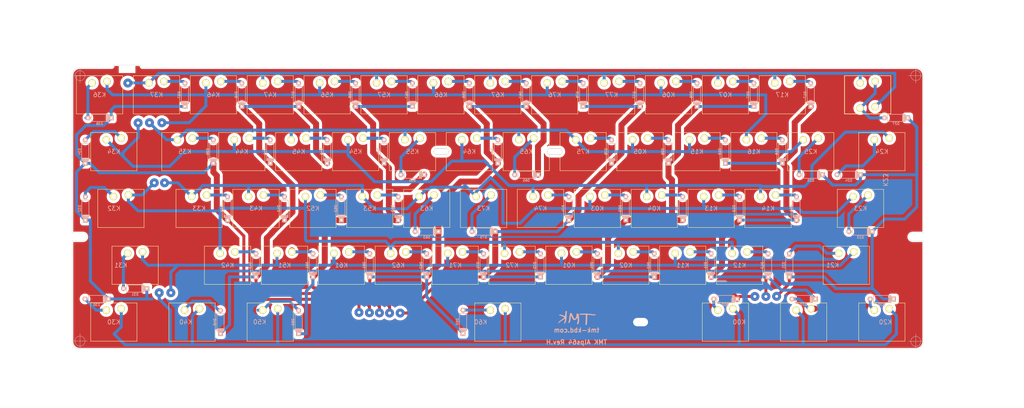
<source format=kicad_pcb>
(kicad_pcb (version 20171130) (host pcbnew "(5.1.6-0-10_14)")
  (title_block (title "TMK64 alps keyboard PCB") (date 2018-01-28) (rev H) (company "TMK, Tokyo JAPAN") (comment 1 "This supports Apple Extended Keyboard, Omnikey, Dell, KBP V60MTS and Infinity layout."))
  (layers (0 F.Cu signal) (31 B.Cu signal) (34 B.Paste user) (35 F.Paste user) (36 B.SilkS user) (37 F.SilkS user) (38 B.Mask user) (39 F.Mask user) (44 Edge.Cuts user))
  (net 0 "")
  (net 1 GND)
  (net 2 /matrix/row2)
  (net 3 /matrix/row1)
  (net 4 /matrix/row0)
  (net 5 /matrix/row7)
  (net 6 /matrix/col3)
  (net 7 /matrix/col4)
  (net 8 /matrix/col5)
  (net 9 /matrix/col6)
  (net 10 /matrix/col7)
  (net 11 /matrix/row3)
  (net 12 /matrix/row4)
  (net 13 /matrix/row5)
  (net 14 /matrix/row6)
  (net 15 /matrix/col0)
  (net 16 /matrix/col1)
  (net 17 /matrix/col2)
  (net 18 "Net-(D10-Pad1)")
  (net 19 "Net-(D11-Pad1)")
  (net 20 "Net-(D12-Pad1)")
  (net 21 "Net-(D13-Pad1)")
  (net 22 "Net-(D14-Pad1)")
  (net 23 "Net-(D15-Pad1)")
  (net 24 "Net-(D16-Pad1)")
  (net 25 "Net-(D17-Pad1)")
  (net 26 "Net-(D20-Pad1)")
  (net 27 "Net-(D21-Pad1)")
  (net 28 "Net-(D23-Pad1)")
  (net 29 "Net-(D24-Pad1)")
  (net 30 "Net-(D25-Pad1)")
  (net 31 "Net-(D27-Pad1)")
  (net 32 "Net-(D30-Pad1)")
  (net 33 "Net-(D31-Pad1)")
  (net 34 "Net-(D32-Pad1)")
  (net 35 "Net-(D33-Pad1)")
  (net 36 "Net-(D34-Pad1)")
  (net 37 "Net-(D35-Pad1)")
  (net 38 "Net-(D36-Pad1)")
  (net 39 "Net-(D37-Pad1)")
  (net 40 "Net-(D40-Pad1)")
  (net 41 "Net-(D42-Pad1)")
  (net 42 "Net-(D43-Pad1)")
  (net 43 "Net-(D44-Pad1)")
  (net 44 "Net-(D45-Pad1)")
  (net 45 "Net-(D46-Pad1)")
  (net 46 "Net-(D47-Pad1)")
  (net 47 "Net-(D50-Pad1)")
  (net 48 "Net-(D51-Pad1)")
  (net 49 "Net-(D52-Pad1)")
  (net 50 "Net-(D53-Pad1)")
  (net 51 "Net-(D54-Pad1)")
  (net 52 "Net-(D55-Pad1)")
  (net 53 "Net-(D56-Pad1)")
  (net 54 "Net-(D57-Pad1)")
  (net 55 "Net-(D60-Pad1)")
  (net 56 "Net-(D61-Pad1)")
  (net 57 "Net-(D62-Pad1)")
  (net 58 "Net-(D63-Pad1)")
  (net 59 "Net-(D64-Pad1)")
  (net 60 "Net-(D00-Pad1)")
  (net 61 "Net-(D01-Pad1)")
  (net 62 "Net-(D02-Pad1)")
  (net 63 "Net-(D03-Pad1)")
  (net 64 "Net-(D04-Pad1)")
  (net 65 "Net-(D05-Pad1)")
  (net 66 "Net-(D06-Pad1)")
  (net 67 "Net-(D07-Pad1)")
  (net 68 "Net-(D65-Pad1)")
  (net 69 "Net-(D66-Pad1)")
  (net 70 "Net-(D67-Pad1)")
  (net 71 "Net-(D71-Pad1)")
  (net 72 "Net-(D72-Pad1)")
  (net 73 "Net-(D73-Pad1)")
  (net 74 "Net-(D74-Pad1)")
  (net 75 "Net-(D75-Pad1)")
  (net 76 "Net-(D76-Pad1)")
  (net 77 "Net-(D77-Pad1)")
  (module keyboard_parts:ALPS_SKCM (layer F.Cu) (at 279.5 22.4375)
    (fp_text reference K27_1 hide)
    (fp_text value KEYSW hide)
    (pad 2 thru_hole circle (at 2.5 -4.5) (size 2.5 2.5) (drill 1.5) (layers *.Cu *.Mask F.SilkS) (net 31 "Net-(D27-Pad1)"))
    (pad 1 thru_hole circle (at -2.5 -4) (size 2.5 2.5) (drill 1.5) (layers *.Cu *.Mask F.SilkS) (net 10 /matrix/col7))
  )
  (module keyboard_parts:diode_without_smd (layer B.Cu) (at 144 98.5 90)
    (fp_text reference D50 (at 0 -1.925 90) (layer B.SilkS) (effects (font (size 0.8 0.8)) (justify mirror)))
    (fp_text value D hide)
    (pad 2 thru_hole rect (at -3.9 0 90) (size 1.6 1.6) (drill 0.7) (layers *.Cu *.Mask B.SilkS) (net 14 /matrix/row6))
    (pad 1 thru_hole circle (at 3.9 0 90) (size 1.6 1.6) (drill 0.7) (layers *.Cu *.Mask B.SilkS) (net 55 "Net-(D60-Pad1)"))
  )
  (module keyboard_parts:diode_without_smd (layer B.Cu) (at 169.925 79.5875 90)
    (fp_text reference D72 (at 0 -1.925 90) (layer B.SilkS) (effects (font (size 0.8 0.8)) (justify mirror)))
    (fp_text value D hide)
    (pad 1 thru_hole circle (at 3.9 0 90) (size 1.6 1.6) (drill 0.7) (layers *.Cu *.Mask B.SilkS) (net 72 "Net-(D72-Pad1)"))
    (pad 2 thru_hole rect (at -3.9 0 90) (size 1.6 1.6) (drill 0.7) (layers *.Cu *.Mask B.SilkS) (net 5 /matrix/row7))
  )
  (module keyboard_parts:diode_without_smd (layer B.Cu) (at 260.4125 22.4375 90)
    (fp_text reference D17 (at 0 -1.925 90) (layer B.SilkS) (effects (font (size 0.8 0.8)) (justify mirror)))
    (fp_text value D hide)
    (pad 1 thru_hole circle (at 3.9 0 90) (size 1.6 1.6) (drill 0.7) (layers *.Cu *.Mask B.SilkS) (net 25 "Net-(D17-Pad1)"))
    (pad 2 thru_hole rect (at -3.9 0 90) (size 1.6 1.6) (drill 0.7) (layers *.Cu *.Mask B.SilkS) (net 3 /matrix/row1))
  )
  (module keyboard_parts:diode_without_smd (layer B.Cu) (at 21.3125 90.8875 180)
    (fp_text reference D30 (at 0 -1.925 180) (layer B.SilkS) (effects (font (size 0.8 0.8)) (justify mirror)))
    (fp_text value D hide)
    (pad 1 thru_hole circle (at 3.9 0 180) (size 1.6 1.6) (drill 0.7) (layers *.Cu *.Mask B.SilkS) (net 32 "Net-(D30-Pad1)"))
    (pad 2 thru_hole rect (at -3.9 0 180) (size 1.6 1.6) (drill 0.7) (layers *.Cu *.Mask B.SilkS) (net 11 /matrix/row3))
  )
  (module keyboard_parts:diode_without_smd (layer B.Cu) (at 34.1875 87.3875 180)
    (fp_text reference D31 (at 0 -1.925 180) (layer B.SilkS) (effects (font (size 0.8 0.8)) (justify mirror)))
    (fp_text value D hide)
    (pad 1 thru_hole circle (at 3.9 0 180) (size 1.6 1.6) (drill 0.7) (layers *.Cu *.Mask B.SilkS) (net 33 "Net-(D31-Pad1)"))
    (pad 2 thru_hole rect (at -3.9 0 180) (size 1.6 1.6) (drill 0.7) (layers *.Cu *.Mask B.SilkS) (net 11 /matrix/row3))
  )
  (module keyboard_parts:diode_without_smd (layer B.Cu) (at 231.8375 90.8875 180)
    (fp_text reference D00 (at 0 -1.925 180) (layer B.SilkS) (effects (font (size 0.8 0.8)) (justify mirror)))
    (fp_text value D hide)
    (pad 1 thru_hole circle (at 3.9 0 180) (size 1.6 1.6) (drill 0.7) (layers *.Cu *.Mask B.SilkS) (net 60 "Net-(D00-Pad1)"))
    (pad 2 thru_hole rect (at -3.9 0 180) (size 1.6 1.6) (drill 0.7) (layers *.Cu *.Mask B.SilkS) (net 4 /matrix/row0))
  )
  (module keyboard_parts:diode_without_smd (layer B.Cu) (at 258.0375 90.8875 180)
    (fp_text reference D10 (at 0 -1.925 180) (layer B.SilkS) (effects (font (size 0.8 0.8)) (justify mirror)))
    (fp_text value D hide)
    (pad 1 thru_hole circle (at 3.9 0 180) (size 1.6 1.6) (drill 0.7) (layers *.Cu *.Mask B.SilkS) (net 18 "Net-(D10-Pad1)"))
    (pad 2 thru_hole rect (at -3.9 0 180) (size 1.6 1.6) (drill 0.7) (layers *.Cu *.Mask B.SilkS) (net 3 /matrix/row1))
  )
  (module keyboard_parts:diode_without_smd (layer B.Cu) (at 284.225 90.8875 180)
    (fp_text reference D20 (at 0 -1.925 180) (layer B.SilkS) (effects (font (size 0.8 0.8)) (justify mirror)))
    (fp_text value D hide)
    (pad 1 thru_hole circle (at 3.9 0 180) (size 1.6 1.6) (drill 0.7) (layers *.Cu *.Mask B.SilkS) (net 26 "Net-(D20-Pad1)"))
    (pad 2 thru_hole rect (at -3.9 0 180) (size 1.6 1.6) (drill 0.7) (layers *.Cu *.Mask B.SilkS) (net 2 /matrix/row2))
  )
  (module keyboard_parts:diode_without_smd (layer B.Cu) (at 277.0875 68.2875 180)
    (fp_text reference D23 (at 0 -1.925 180) (layer B.SilkS) (effects (font (size 0.8 0.8)) (justify mirror)))
    (fp_text value D hide)
    (pad 1 thru_hole circle (at 3.9 0 180) (size 1.6 1.6) (drill 0.7) (layers *.Cu *.Mask B.SilkS) (net 28 "Net-(D23-Pad1)"))
    (pad 2 thru_hole rect (at -3.9 0 180) (size 1.6 1.6) (drill 0.7) (layers *.Cu *.Mask B.SilkS) (net 2 /matrix/row2))
  )
  (module keyboard_parts:diode_without_smd (layer B.Cu) (at 150.875 68.2875 180)
    (fp_text reference D73 (at 0 -1.925 180) (layer B.SilkS) (effects (font (size 0.8 0.8)) (justify mirror)))
    (fp_text value D hide)
    (pad 1 thru_hole circle (at 3.9 0 180) (size 1.6 1.6) (drill 0.7) (layers *.Cu *.Mask B.SilkS) (net 73 "Net-(D73-Pad1)"))
    (pad 2 thru_hole rect (at -3.9 0 180) (size 1.6 1.6) (drill 0.7) (layers *.Cu *.Mask B.SilkS) (net 5 /matrix/row7))
  )
  (module keyboard_parts:diode_without_smd (layer B.Cu) (at 131.8375 68.2875 180)
    (fp_text reference D63 (at 0 -1.925 180) (layer B.SilkS) (effects (font (size 0.8 0.8)) (justify mirror)))
    (fp_text value D hide)
    (pad 1 thru_hole circle (at 3.9 0 180) (size 1.6 1.6) (drill 0.7) (layers *.Cu *.Mask B.SilkS) (net 58 "Net-(D63-Pad1)"))
    (pad 2 thru_hole rect (at -3.9 0 180) (size 1.6 1.6) (drill 0.7) (layers *.Cu *.Mask B.SilkS) (net 14 /matrix/row6))
  )
  (module keyboard_parts:diode_without_smd (layer B.Cu) (at 127.0875 49.2375 180)
    (fp_text reference D55 (at 0 -1.925 180) (layer B.SilkS) (effects (font (size 0.8 0.8)) (justify mirror)))
    (fp_text value D hide)
    (pad 1 thru_hole circle (at 3.9 0 180) (size 1.6 1.6) (drill 0.7) (layers *.Cu *.Mask B.SilkS) (net 52 "Net-(D55-Pad1)"))
    (pad 2 thru_hole rect (at -3.9 0 180) (size 1.6 1.6) (drill 0.7) (layers *.Cu *.Mask B.SilkS) (net 13 /matrix/row5))
  )
  (module keyboard_parts:diode_without_smd (layer B.Cu) (at 165.1875 49.2375 180)
    (fp_text reference D65 (at 0 -1.925 180) (layer B.SilkS) (effects (font (size 0.8 0.8)) (justify mirror)))
    (fp_text value D hide)
    (pad 1 thru_hole circle (at 3.9 0 180) (size 1.6 1.6) (drill 0.7) (layers *.Cu *.Mask B.SilkS) (net 68 "Net-(D65-Pad1)"))
    (pad 2 thru_hole rect (at -3.9 0 180) (size 1.6 1.6) (drill 0.7) (layers *.Cu *.Mask B.SilkS) (net 14 /matrix/row6))
  )
  (module keyboard_parts:diode_without_smd (layer B.Cu) (at 260.4375 49.2375 180)
    (fp_text reference D25 (at 0 -1.925 180) (layer B.SilkS) (effects (font (size 0.8 0.8)) (justify mirror)))
    (fp_text value D hide)
    (pad 1 thru_hole circle (at 3.9 0 180) (size 1.6 1.6) (drill 0.7) (layers *.Cu *.Mask B.SilkS) (net 30 "Net-(D25-Pad1)"))
    (pad 2 thru_hole rect (at -3.9 0 180) (size 1.6 1.6) (drill 0.7) (layers *.Cu *.Mask B.SilkS) (net 2 /matrix/row2))
  )
  (module keyboard_parts:diode_without_smd (layer B.Cu) (at 273.1375 49.2375 180)
    (fp_text reference D24 (at 0 -1.925 180) (layer B.SilkS) (effects (font (size 0.8 0.8)) (justify mirror)))
    (fp_text value D hide)
    (pad 1 thru_hole circle (at 3.9 0 180) (size 1.6 1.6) (drill 0.7) (layers *.Cu *.Mask B.SilkS) (net 29 "Net-(D24-Pad1)"))
    (pad 2 thru_hole rect (at -3.9 0 180) (size 1.6 1.6) (drill 0.7) (layers *.Cu *.Mask B.SilkS) (net 2 /matrix/row2))
  )
  (module keyboard_parts:diode_without_smd (layer B.Cu) (at 288.9875 30.1875 180)
    (fp_text reference D27 (at 0 -1.925 180) (layer B.SilkS) (effects (font (size 0.8 0.8)) (justify mirror)))
    (fp_text value D hide)
    (pad 1 thru_hole circle (at 3.9 0 180) (size 1.6 1.6) (drill 0.7) (layers *.Cu *.Mask B.SilkS) (net 31 "Net-(D27-Pad1)"))
    (pad 2 thru_hole rect (at -3.9 0 180) (size 1.6 1.6) (drill 0.7) (layers *.Cu *.Mask B.SilkS) (net 2 /matrix/row2))
  )
  (module keyboard_parts:diode_without_smd (layer B.Cu) (at 22.2875 30.1875 180)
    (fp_text reference D36 (at 0 -1.925 180) (layer B.SilkS) (effects (font (size 0.8 0.8)) (justify mirror)))
    (fp_text value D hide)
    (pad 1 thru_hole circle (at 3.9 0 180) (size 1.6 1.6) (drill 0.7) (layers *.Cu *.Mask B.SilkS) (net 38 "Net-(D36-Pad1)"))
    (pad 2 thru_hole rect (at -3.9 0 180) (size 1.6 1.6) (drill 0.7) (layers *.Cu *.Mask B.SilkS) (net 11 /matrix/row3))
  )
  (module keyboard_parts:diode_without_smd (layer B.Cu) (at 227.075 79.5875 90)
    (fp_text reference D11 (at 0 -1.925 90) (layer B.SilkS) (effects (font (size 0.8 0.8)) (justify mirror)))
    (fp_text value D hide)
    (pad 1 thru_hole circle (at 3.9 0 90) (size 1.6 1.6) (drill 0.7) (layers *.Cu *.Mask B.SilkS) (net 19 "Net-(D11-Pad1)"))
    (pad 2 thru_hole rect (at -3.9 0 90) (size 1.6 1.6) (drill 0.7) (layers *.Cu *.Mask B.SilkS) (net 3 /matrix/row1))
  )
  (module keyboard_parts:diode_without_smd (layer B.Cu) (at 246.125 79.5875 90)
    (fp_text reference D12 (at 0 -1.925 90) (layer B.SilkS) (effects (font (size 0.8 0.8)) (justify mirror)))
    (fp_text value D hide)
    (pad 1 thru_hole circle (at 3.9 0 90) (size 1.6 1.6) (drill 0.7) (layers *.Cu *.Mask B.SilkS) (net 20 "Net-(D12-Pad1)"))
    (pad 2 thru_hole rect (at -3.9 0 90) (size 1.6 1.6) (drill 0.7) (layers *.Cu *.Mask B.SilkS) (net 3 /matrix/row1))
  )
  (module keyboard_parts:diode_without_smd (layer B.Cu) (at 236.6 60.5375 90)
    (fp_text reference D13 (at 0 -1.925 90) (layer B.SilkS) (effects (font (size 0.8 0.8)) (justify mirror)))
    (fp_text value D hide)
    (pad 1 thru_hole circle (at 3.9 0 90) (size 1.6 1.6) (drill 0.7) (layers *.Cu *.Mask B.SilkS) (net 21 "Net-(D13-Pad1)"))
    (pad 2 thru_hole rect (at -3.9 0 90) (size 1.6 1.6) (drill 0.7) (layers *.Cu *.Mask B.SilkS) (net 3 /matrix/row1))
  )
  (module keyboard_parts:diode_without_smd (layer B.Cu) (at 255.65 60.5375 90)
    (fp_text reference D14 (at 0 -1.925 90) (layer B.SilkS) (effects (font (size 0.8 0.8)) (justify mirror)))
    (fp_text value D hide)
    (pad 1 thru_hole circle (at 3.9 0 90) (size 1.6 1.6) (drill 0.7) (layers *.Cu *.Mask B.SilkS) (net 22 "Net-(D14-Pad1)"))
    (pad 2 thru_hole rect (at -3.9 0 90) (size 1.6 1.6) (drill 0.7) (layers *.Cu *.Mask B.SilkS) (net 3 /matrix/row1))
  )
  (module keyboard_parts:diode_without_smd (layer B.Cu) (at 231.8375 41.4875 90)
    (fp_text reference D15 (at 0 -1.925 90) (layer B.SilkS) (effects (font (size 0.8 0.8)) (justify mirror)))
    (fp_text value D hide)
    (pad 1 thru_hole circle (at 3.9 0 90) (size 1.6 1.6) (drill 0.7) (layers *.Cu *.Mask B.SilkS) (net 23 "Net-(D15-Pad1)"))
    (pad 2 thru_hole rect (at -3.9 0 90) (size 1.6 1.6) (drill 0.7) (layers *.Cu *.Mask B.SilkS) (net 3 /matrix/row1))
  )
  (module keyboard_parts:diode_without_smd (layer B.Cu) (at 250.8875 41.4875 90)
    (fp_text reference D16 (at 0 -1.925 90) (layer B.SilkS) (effects (font (size 0.8 0.8)) (justify mirror)))
    (fp_text value D hide)
    (pad 1 thru_hole circle (at 3.9 0 90) (size 1.6 1.6) (drill 0.7) (layers *.Cu *.Mask B.SilkS) (net 24 "Net-(D16-Pad1)"))
    (pad 2 thru_hole rect (at -3.9 0 90) (size 1.6 1.6) (drill 0.7) (layers *.Cu *.Mask B.SilkS) (net 3 /matrix/row1))
  )
  (module keyboard_parts:diode_without_smd (layer B.Cu) (at 253.2375 79.5875 90)
    (fp_text reference D21 (at 0 -1.925 90) (layer B.SilkS) (effects (font (size 0.8 0.8)) (justify mirror)))
    (fp_text value D hide)
    (pad 1 thru_hole circle (at 3.9 0 90) (size 1.6 1.6) (drill 0.7) (layers *.Cu *.Mask B.SilkS) (net 27 "Net-(D21-Pad1)"))
    (pad 2 thru_hole rect (at -3.9 0 90) (size 1.6 1.6) (drill 0.7) (layers *.Cu *.Mask B.SilkS) (net 2 /matrix/row2))
  )
  (module keyboard_parts:diode_without_smd (layer B.Cu) (at 17.525 60.5375 90)
    (fp_text reference D32 (at 0 -1.925 90) (layer B.SilkS) (effects (font (size 0.8 0.8)) (justify mirror)))
    (fp_text value D hide)
    (pad 1 thru_hole circle (at 3.9 0 90) (size 1.6 1.6) (drill 0.7) (layers *.Cu *.Mask B.SilkS) (net 34 "Net-(D32-Pad1)"))
    (pad 2 thru_hole rect (at -3.9 0 90) (size 1.6 1.6) (drill 0.7) (layers *.Cu *.Mask B.SilkS) (net 11 /matrix/row3))
  )
  (module keyboard_parts:diode_without_smd (layer B.Cu) (at 65.15 60.5375 90)
    (fp_text reference D33 (at 0 -1.925 90) (layer B.SilkS) (effects (font (size 0.8 0.8)) (justify mirror)))
    (fp_text value D hide)
    (pad 1 thru_hole circle (at 3.9 0 90) (size 1.6 1.6) (drill 0.7) (layers *.Cu *.Mask B.SilkS) (net 35 "Net-(D33-Pad1)"))
    (pad 2 thru_hole rect (at -3.9 0 90) (size 1.6 1.6) (drill 0.7) (layers *.Cu *.Mask B.SilkS) (net 11 /matrix/row3))
  )
  (module keyboard_parts:diode_without_smd (layer B.Cu) (at 17.4875 41.4875 90)
    (fp_text reference D34 (at 0 -1.925 90) (layer B.SilkS) (effects (font (size 0.8 0.8)) (justify mirror)))
    (fp_text value D hide)
    (pad 1 thru_hole circle (at 3.9 0 90) (size 1.6 1.6) (drill 0.7) (layers *.Cu *.Mask B.SilkS) (net 36 "Net-(D34-Pad1)"))
    (pad 2 thru_hole rect (at -3.9 0 90) (size 1.6 1.6) (drill 0.7) (layers *.Cu *.Mask B.SilkS) (net 11 /matrix/row3))
  )
  (module keyboard_parts:diode_without_smd (layer B.Cu) (at 60.3875 41.4875 90)
    (fp_text reference D35 (at 0 -1.925 90) (layer B.SilkS) (effects (font (size 0.8 0.8)) (justify mirror)))
    (fp_text value D hide)
    (pad 1 thru_hole circle (at 3.9 0 90) (size 1.6 1.6) (drill 0.7) (layers *.Cu *.Mask B.SilkS) (net 37 "Net-(D35-Pad1)"))
    (pad 2 thru_hole rect (at -3.9 0 90) (size 1.6 1.6) (drill 0.7) (layers *.Cu *.Mask B.SilkS) (net 11 /matrix/row3))
  )
  (module keyboard_parts:diode_without_smd (layer B.Cu) (at 50.8625 22.4375 90)
    (fp_text reference D37 (at 0 -1.925 90) (layer B.SilkS) (effects (font (size 0.8 0.8)) (justify mirror)))
    (fp_text value D hide)
    (pad 1 thru_hole circle (at 3.9 0 90) (size 1.6 1.6) (drill 0.7) (layers *.Cu *.Mask B.SilkS) (net 39 "Net-(D37-Pad1)"))
    (pad 2 thru_hole rect (at -3.9 0 90) (size 1.6 1.6) (drill 0.7) (layers *.Cu *.Mask B.SilkS) (net 11 /matrix/row3))
  )
  (module keyboard_parts:diode_without_smd (layer B.Cu) (at 62.7687 98.6375 90)
    (fp_text reference D40 (at 0 -1.925 90) (layer B.SilkS) (effects (font (size 0.8 0.8)) (justify mirror)))
    (fp_text value D hide)
    (pad 1 thru_hole circle (at 3.9 0 90) (size 1.6 1.6) (drill 0.7) (layers *.Cu *.Mask B.SilkS) (net 40 "Net-(D40-Pad1)"))
    (pad 2 thru_hole rect (at -3.9 0 90) (size 1.6 1.6) (drill 0.7) (layers *.Cu *.Mask B.SilkS) (net 12 /matrix/row4))
  )
  (module keyboard_parts:diode_without_smd (layer B.Cu) (at 74.675 79.5875 90)
    (fp_text reference D42 (at 0 -1.925 90) (layer B.SilkS) (effects (font (size 0.8 0.8)) (justify mirror)))
    (fp_text value D hide)
    (pad 1 thru_hole circle (at 3.9 0 90) (size 1.6 1.6) (drill 0.7) (layers *.Cu *.Mask B.SilkS) (net 41 "Net-(D42-Pad1)"))
    (pad 2 thru_hole rect (at -3.9 0 90) (size 1.6 1.6) (drill 0.7) (layers *.Cu *.Mask B.SilkS) (net 12 /matrix/row4))
  )
  (module keyboard_parts:diode_without_smd (layer B.Cu) (at 84.2 60.5375 90)
    (fp_text reference D43 (at 0 -1.925 90) (layer B.SilkS) (effects (font (size 0.8 0.8)) (justify mirror)))
    (fp_text value D hide)
    (pad 1 thru_hole circle (at 3.9 0 90) (size 1.6 1.6) (drill 0.7) (layers *.Cu *.Mask B.SilkS) (net 42 "Net-(D43-Pad1)"))
    (pad 2 thru_hole rect (at -3.9 0 90) (size 1.6 1.6) (drill 0.7) (layers *.Cu *.Mask B.SilkS) (net 12 /matrix/row4))
  )
  (module keyboard_parts:diode_without_smd (layer B.Cu) (at 79.4375 41.4875 90)
    (fp_text reference D44 (at 0 -1.925 90) (layer B.SilkS) (effects (font (size 0.8 0.8)) (justify mirror)))
    (fp_text value D hide)
    (pad 1 thru_hole circle (at 3.9 0 90) (size 1.6 1.6) (drill 0.7) (layers *.Cu *.Mask B.SilkS) (net 43 "Net-(D44-Pad1)"))
    (pad 2 thru_hole rect (at -3.9 0 90) (size 1.6 1.6) (drill 0.7) (layers *.Cu *.Mask B.SilkS) (net 12 /matrix/row4))
  )
  (module keyboard_parts:diode_without_smd (layer B.Cu) (at 98.4875 41.4875 90)
    (fp_text reference D45 (at 0 -1.925 90) (layer B.SilkS) (effects (font (size 0.8 0.8)) (justify mirror)))
    (fp_text value D hide)
    (pad 1 thru_hole circle (at 3.9 0 90) (size 1.6 1.6) (drill 0.7) (layers *.Cu *.Mask B.SilkS) (net 44 "Net-(D45-Pad1)"))
    (pad 2 thru_hole rect (at -3.9 0 90) (size 1.6 1.6) (drill 0.7) (layers *.Cu *.Mask B.SilkS) (net 12 /matrix/row4))
  )
  (module keyboard_parts:diode_without_smd (layer B.Cu) (at 69.9125 22.4375 90)
    (fp_text reference D46 (at 0 -1.925 90) (layer B.SilkS) (effects (font (size 0.8 0.8)) (justify mirror)))
    (fp_text value D hide)
    (pad 1 thru_hole circle (at 3.9 0 90) (size 1.6 1.6) (drill 0.7) (layers *.Cu *.Mask B.SilkS) (net 45 "Net-(D46-Pad1)"))
    (pad 2 thru_hole rect (at -3.9 0 90) (size 1.6 1.6) (drill 0.7) (layers *.Cu *.Mask B.SilkS) (net 12 /matrix/row4))
  )
  (module keyboard_parts:diode_without_smd (layer B.Cu) (at 88.9625 22.4375 90)
    (fp_text reference D47 (at 0 -1.925 90) (layer B.SilkS) (effects (font (size 0.8 0.8)) (justify mirror)))
    (fp_text value D hide)
    (pad 1 thru_hole circle (at 3.9 0 90) (size 1.6 1.6) (drill 0.7) (layers *.Cu *.Mask B.SilkS) (net 46 "Net-(D47-Pad1)"))
    (pad 2 thru_hole rect (at -3.9 0 90) (size 1.6 1.6) (drill 0.7) (layers *.Cu *.Mask B.SilkS) (net 12 /matrix/row4))
  )
  (module keyboard_parts:diode_without_smd (layer B.Cu) (at 88.9625 98.6375 90)
    (fp_text reference D50 (at 0 -1.925 90) (layer B.SilkS) (effects (font (size 0.8 0.8)) (justify mirror)))
    (fp_text value D hide)
    (pad 1 thru_hole circle (at 3.9 0 90) (size 1.6 1.6) (drill 0.7) (layers *.Cu *.Mask B.SilkS) (net 47 "Net-(D50-Pad1)"))
    (pad 2 thru_hole rect (at -3.9 0 90) (size 1.6 1.6) (drill 0.7) (layers *.Cu *.Mask B.SilkS) (net 13 /matrix/row5))
  )
  (module keyboard_parts:diode_without_smd (layer B.Cu) (at 93.725 79.5875 90)
    (fp_text reference D51 (at 0 -1.925 90) (layer B.SilkS) (effects (font (size 0.8 0.8)) (justify mirror)))
    (fp_text value D hide)
    (pad 1 thru_hole circle (at 3.9 0 90) (size 1.6 1.6) (drill 0.7) (layers *.Cu *.Mask B.SilkS) (net 48 "Net-(D51-Pad1)"))
    (pad 2 thru_hole rect (at -3.9 0 90) (size 1.6 1.6) (drill 0.7) (layers *.Cu *.Mask B.SilkS) (net 13 /matrix/row5))
  )
  (module keyboard_parts:diode_without_smd (layer B.Cu) (at 103.25 60.5375 90)
    (fp_text reference D52 (at 0 -1.925 90) (layer B.SilkS) (effects (font (size 0.8 0.8)) (justify mirror)))
    (fp_text value D hide)
    (pad 1 thru_hole circle (at 3.9 0 90) (size 1.6 1.6) (drill 0.7) (layers *.Cu *.Mask B.SilkS) (net 49 "Net-(D52-Pad1)"))
    (pad 2 thru_hole rect (at -3.9 0 90) (size 1.6 1.6) (drill 0.7) (layers *.Cu *.Mask B.SilkS) (net 13 /matrix/row5))
  )
  (module keyboard_parts:diode_without_smd (layer B.Cu) (at 122.3 60.5375 90)
    (fp_text reference D53 (at 0 -1.925 90) (layer B.SilkS) (effects (font (size 0.8 0.8)) (justify mirror)))
    (fp_text value D hide)
    (pad 1 thru_hole circle (at 3.9 0 90) (size 1.6 1.6) (drill 0.7) (layers *.Cu *.Mask B.SilkS) (net 50 "Net-(D53-Pad1)"))
    (pad 2 thru_hole rect (at -3.9 0 90) (size 1.6 1.6) (drill 0.7) (layers *.Cu *.Mask B.SilkS) (net 13 /matrix/row5))
  )
  (module keyboard_parts:diode_without_smd (layer B.Cu) (at 117.5375 41.4875 90)
    (fp_text reference D54 (at 0 -1.925 90) (layer B.SilkS) (effects (font (size 0.8 0.8)) (justify mirror)))
    (fp_text value D hide)
    (pad 1 thru_hole circle (at 3.9 0 90) (size 1.6 1.6) (drill 0.7) (layers *.Cu *.Mask B.SilkS) (net 51 "Net-(D54-Pad1)"))
    (pad 2 thru_hole rect (at -3.9 0 90) (size 1.6 1.6) (drill 0.7) (layers *.Cu *.Mask B.SilkS) (net 13 /matrix/row5))
  )
  (module keyboard_parts:diode_without_smd (layer B.Cu) (at 108.0125 22.4375 90)
    (fp_text reference D56 (at 0 -1.925 90) (layer B.SilkS) (effects (font (size 0.8 0.8)) (justify mirror)))
    (fp_text value D hide)
    (pad 1 thru_hole circle (at 3.9 0 90) (size 1.6 1.6) (drill 0.7) (layers *.Cu *.Mask B.SilkS) (net 53 "Net-(D56-Pad1)"))
    (pad 2 thru_hole rect (at -3.9 0 90) (size 1.6 1.6) (drill 0.7) (layers *.Cu *.Mask B.SilkS) (net 13 /matrix/row5))
  )
  (module keyboard_parts:diode_without_smd (layer B.Cu) (at 127.0625 22.4375 90)
    (fp_text reference D57 (at 0 -1.925 90) (layer B.SilkS) (effects (font (size 0.8 0.8)) (justify mirror)))
    (fp_text value D hide)
    (pad 1 thru_hole circle (at 3.9 0 90) (size 1.6 1.6) (drill 0.7) (layers *.Cu *.Mask B.SilkS) (net 54 "Net-(D57-Pad1)"))
    (pad 2 thru_hole rect (at -3.9 0 90) (size 1.6 1.6) (drill 0.7) (layers *.Cu *.Mask B.SilkS) (net 13 /matrix/row5))
  )
  (module keyboard_parts:diode_without_smd (layer B.Cu) (at 112.775 79.5875 90)
    (fp_text reference D61 (at 0 -1.925 90) (layer B.SilkS) (effects (font (size 0.8 0.8)) (justify mirror)))
    (fp_text value D hide)
    (pad 1 thru_hole circle (at 3.9 0 90) (size 1.6 1.6) (drill 0.7) (layers *.Cu *.Mask B.SilkS) (net 56 "Net-(D61-Pad1)"))
    (pad 2 thru_hole rect (at -3.9 0 90) (size 1.6 1.6) (drill 0.7) (layers *.Cu *.Mask B.SilkS) (net 14 /matrix/row6))
  )
  (module keyboard_parts:diode_without_smd (layer B.Cu) (at 131.825 79.5875 90)
    (fp_text reference D62 (at 0 -1.925 90) (layer B.SilkS) (effects (font (size 0.8 0.8)) (justify mirror)))
    (fp_text value D hide)
    (pad 1 thru_hole circle (at 3.9 0 90) (size 1.6 1.6) (drill 0.7) (layers *.Cu *.Mask B.SilkS) (net 57 "Net-(D62-Pad1)"))
    (pad 2 thru_hole rect (at -3.9 0 90) (size 1.6 1.6) (drill 0.7) (layers *.Cu *.Mask B.SilkS) (net 14 /matrix/row6))
  )
  (module keyboard_parts:diode_without_smd (layer B.Cu) (at 155.6375 41.4875 90)
    (fp_text reference D64 (at 0 -1.925 90) (layer B.SilkS) (effects (font (size 0.8 0.8)) (justify mirror)))
    (fp_text value D hide)
    (pad 1 thru_hole circle (at 3.9 0 90) (size 1.6 1.6) (drill 0.7) (layers *.Cu *.Mask B.SilkS) (net 59 "Net-(D64-Pad1)"))
    (pad 2 thru_hole rect (at -3.9 0 90) (size 1.6 1.6) (drill 0.7) (layers *.Cu *.Mask B.SilkS) (net 14 /matrix/row6))
  )
  (module keyboard_parts:diode_without_smd (layer B.Cu) (at 203.2625 22.4375 90)
    (fp_text reference D77 (at 0 -1.925 90) (layer B.SilkS) (effects (font (size 0.8 0.8)) (justify mirror)))
    (fp_text value D hide)
    (pad 1 thru_hole circle (at 3.9 0 90) (size 1.6 1.6) (drill 0.7) (layers *.Cu *.Mask B.SilkS) (net 77 "Net-(D77-Pad1)"))
    (pad 2 thru_hole rect (at -3.9 0 90) (size 1.6 1.6) (drill 0.7) (layers *.Cu *.Mask B.SilkS) (net 5 /matrix/row7))
  )
  (module keyboard_parts:diode_without_smd (layer B.Cu) (at 184.2125 22.4375 90)
    (fp_text reference D76 (at 0 -1.925 90) (layer B.SilkS) (effects (font (size 0.8 0.8)) (justify mirror)))
    (fp_text value D hide)
    (pad 1 thru_hole circle (at 3.9 0 90) (size 1.6 1.6) (drill 0.7) (layers *.Cu *.Mask B.SilkS) (net 76 "Net-(D76-Pad1)"))
    (pad 2 thru_hole rect (at -3.9 0 90) (size 1.6 1.6) (drill 0.7) (layers *.Cu *.Mask B.SilkS) (net 5 /matrix/row7))
  )
  (module keyboard_parts:diode_without_smd (layer B.Cu) (at 193.7375 41.4875 90)
    (fp_text reference D75 (at 0 -1.925 90) (layer B.SilkS) (effects (font (size 0.8 0.8)) (justify mirror)))
    (fp_text value D hide)
    (pad 1 thru_hole circle (at 3.9 0 90) (size 1.6 1.6) (drill 0.7) (layers *.Cu *.Mask B.SilkS) (net 75 "Net-(D75-Pad1)"))
    (pad 2 thru_hole rect (at -3.9 0 90) (size 1.6 1.6) (drill 0.7) (layers *.Cu *.Mask B.SilkS) (net 5 /matrix/row7))
  )
  (module keyboard_parts:diode_without_smd (layer B.Cu) (at 179.45 60.5375 90)
    (fp_text reference D74 (at 0 -1.925 90) (layer B.SilkS) (effects (font (size 0.8 0.8)) (justify mirror)))
    (fp_text value D hide)
    (pad 1 thru_hole circle (at 3.9 0 90) (size 1.6 1.6) (drill 0.7) (layers *.Cu *.Mask B.SilkS) (net 74 "Net-(D74-Pad1)"))
    (pad 2 thru_hole rect (at -3.9 0 90) (size 1.6 1.6) (drill 0.7) (layers *.Cu *.Mask B.SilkS) (net 5 /matrix/row7))
  )
  (module keyboard_parts:diode_without_smd (layer B.Cu) (at 150.875 79.5875 90)
    (fp_text reference D71 (at 0 -1.925 90) (layer B.SilkS) (effects (font (size 0.8 0.8)) (justify mirror)))
    (fp_text value D hide)
    (pad 1 thru_hole circle (at 3.9 0 90) (size 1.6 1.6) (drill 0.7) (layers *.Cu *.Mask B.SilkS) (net 71 "Net-(D71-Pad1)"))
    (pad 2 thru_hole rect (at -3.9 0 90) (size 1.6 1.6) (drill 0.7) (layers *.Cu *.Mask B.SilkS) (net 5 /matrix/row7))
  )
  (module keyboard_parts:diode_without_smd (layer B.Cu) (at 165.1625 22.4375 90)
    (fp_text reference D67 (at 0 -1.925 90) (layer B.SilkS) (effects (font (size 0.8 0.8)) (justify mirror)))
    (fp_text value D hide)
    (pad 1 thru_hole circle (at 3.9 0 90) (size 1.6 1.6) (drill 0.7) (layers *.Cu *.Mask B.SilkS) (net 70 "Net-(D67-Pad1)"))
    (pad 2 thru_hole rect (at -3.9 0 90) (size 1.6 1.6) (drill 0.7) (layers *.Cu *.Mask B.SilkS) (net 14 /matrix/row6))
  )
  (module keyboard_parts:diode_without_smd (layer B.Cu) (at 146.1125 22.4375 90)
    (fp_text reference D66 (at 0 -1.925 90) (layer B.SilkS) (effects (font (size 0.8 0.8)) (justify mirror)))
    (fp_text value D hide)
    (pad 1 thru_hole circle (at 3.9 0 90) (size 1.6 1.6) (drill 0.7) (layers *.Cu *.Mask B.SilkS) (net 69 "Net-(D66-Pad1)"))
    (pad 2 thru_hole rect (at -3.9 0 90) (size 1.6 1.6) (drill 0.7) (layers *.Cu *.Mask B.SilkS) (net 14 /matrix/row6))
  )
  (module keyboard_parts:diode_without_smd (layer B.Cu) (at 241.3625 22.4375 90)
    (fp_text reference D07 (at 0 -1.925 90) (layer B.SilkS) (effects (font (size 0.8 0.8)) (justify mirror)))
    (fp_text value D hide)
    (pad 1 thru_hole circle (at 3.9 0 90) (size 1.6 1.6) (drill 0.7) (layers *.Cu *.Mask B.SilkS) (net 67 "Net-(D07-Pad1)"))
    (pad 2 thru_hole rect (at -3.9 0 90) (size 1.6 1.6) (drill 0.7) (layers *.Cu *.Mask B.SilkS) (net 4 /matrix/row0))
  )
  (module keyboard_parts:diode_without_smd (layer B.Cu) (at 222.3125 22.4375 90)
    (fp_text reference D06 (at 0 -1.925 90) (layer B.SilkS) (effects (font (size 0.8 0.8)) (justify mirror)))
    (fp_text value D hide)
    (pad 1 thru_hole circle (at 3.9 0 90) (size 1.6 1.6) (drill 0.7) (layers *.Cu *.Mask B.SilkS) (net 66 "Net-(D06-Pad1)"))
    (pad 2 thru_hole rect (at -3.9 0 90) (size 1.6 1.6) (drill 0.7) (layers *.Cu *.Mask B.SilkS) (net 4 /matrix/row0))
  )
  (module keyboard_parts:diode_without_smd (layer B.Cu) (at 212.7875 41.4875 90)
    (fp_text reference D05 (at 0 -1.925 90) (layer B.SilkS) (effects (font (size 0.8 0.8)) (justify mirror)))
    (fp_text value D hide)
    (pad 1 thru_hole circle (at 3.9 0 90) (size 1.6 1.6) (drill 0.7) (layers *.Cu *.Mask B.SilkS) (net 65 "Net-(D05-Pad1)"))
    (pad 2 thru_hole rect (at -3.9 0 90) (size 1.6 1.6) (drill 0.7) (layers *.Cu *.Mask B.SilkS) (net 4 /matrix/row0))
  )
  (module keyboard_parts:diode_without_smd (layer B.Cu) (at 217.55 60.5375 90)
    (fp_text reference D04 (at 0 -1.925 90) (layer B.SilkS) (effects (font (size 0.8 0.8)) (justify mirror)))
    (fp_text value D hide)
    (pad 1 thru_hole circle (at 3.9 0 90) (size 1.6 1.6) (drill 0.7) (layers *.Cu *.Mask B.SilkS) (net 64 "Net-(D04-Pad1)"))
    (pad 2 thru_hole rect (at -3.9 0 90) (size 1.6 1.6) (drill 0.7) (layers *.Cu *.Mask B.SilkS) (net 4 /matrix/row0))
  )
  (module keyboard_parts:diode_without_smd (layer B.Cu) (at 198.5 60.5375 90)
    (fp_text reference D03 (at 0 -1.925 90) (layer B.SilkS) (effects (font (size 0.8 0.8)) (justify mirror)))
    (fp_text value D hide)
    (pad 1 thru_hole circle (at 3.9 0 90) (size 1.6 1.6) (drill 0.7) (layers *.Cu *.Mask B.SilkS) (net 63 "Net-(D03-Pad1)"))
    (pad 2 thru_hole rect (at -3.9 0 90) (size 1.6 1.6) (drill 0.7) (layers *.Cu *.Mask B.SilkS) (net 4 /matrix/row0))
  )
  (module keyboard_parts:diode_without_smd (layer B.Cu) (at 208.025 79.5875 90)
    (fp_text reference D02 (at 0 -1.925 90) (layer B.SilkS) (effects (font (size 0.8 0.8)) (justify mirror)))
    (fp_text value D hide)
    (pad 1 thru_hole circle (at 3.9 0 90) (size 1.6 1.6) (drill 0.7) (layers *.Cu *.Mask B.SilkS) (net 62 "Net-(D02-Pad1)"))
    (pad 2 thru_hole rect (at -3.9 0 90) (size 1.6 1.6) (drill 0.7) (layers *.Cu *.Mask B.SilkS) (net 4 /matrix/row0))
  )
  (module keyboard_parts:diode_without_smd (layer B.Cu) (at 188.975 79.5875 90)
    (fp_text reference D01 (at 0 -1.925 90) (layer B.SilkS) (effects (font (size 0.8 0.8)) (justify mirror)))
    (fp_text value D hide)
    (pad 1 thru_hole circle (at 3.9 0 90) (size 1.6 1.6) (drill 0.7) (layers *.Cu *.Mask B.SilkS) (net 61 "Net-(D01-Pad1)"))
    (pad 2 thru_hole rect (at -3.9 0 90) (size 1.6 1.6) (drill 0.7) (layers *.Cu *.Mask B.SilkS) (net 4 /matrix/row0))
  )
  (module keyboard_parts:tmk_logo (layer B.Cu) (at 182 97.25 180)
    (fp_text reference G*** hide)
    (fp_text value LOGO hide)
  )
  (module keyboard_parts:Poker_oval_hole (layer F.Cu) (at 136.7145 41.4875)
    (fp_text reference Poker_oval_hole hide)
    (fp_text value VAL** hide)
    (pad "" thru_hole oval (at 0 0) (size 5 2) (drill oval 5 2) (layers *.Cu *.Mask))
  )
  (module keyboard_parts:Poker_side_edge_long (layer F.Cu) (at 4.7625 61.9125)
    (fp_text reference Poker_side_edge_long hide)
    (fp_text value VAL** hide)
  )
  (module keyboard_parts:Poker_oval_hole (layer F.Cu) (at 203.4375 98.6375)
    (fp_text reference Poker_oval_hole hide)
    (fp_text value VAL** hide)
    (pad "" thru_hole circle (at 0 0) (size 6.5 6.5) (drill oval 5 2.8) (layers *.Cu *.Mask) (net 1 GND))
  )
  (module keyboard_parts:Poker_side_edge_long (layer F.Cu) (at 290.1375 61.8875)
    (fp_text reference Poker_side_edge_long hide)
    (fp_text value VAL** hide)
  )
  (module keyboard_parts:Poker_oval_hole (layer F.Cu) (at 174.6875 41.4875)
    (fp_text reference Poker_oval_hole hide)
    (fp_text value VAL** hide)
    (pad "" thru_hole oval (at 0 0) (size 5 2) (drill oval 5 2) (layers *.Cu *.Mask))
  )
  (module keyboard_parts:ALPS_SKCM (layer F.Cu) (at 165.1625 41.4875)
    (fp_text reference K65 (at 0 0) (layer B.SilkS) (effects (font (size 1.5 1.5) (thickness 0.2)) (justify mirror)))
    (fp_text value KEYSW hide)
    (pad 1 thru_hole circle (at -2.5 -4) (size 2.5 2.5) (drill 1.5) (layers *.Cu *.Mask F.SilkS) (net 8 /matrix/col5))
    (pad 2 thru_hole circle (at 2.5 -4.5) (size 2.5 2.5) (drill 1.5) (layers *.Cu *.Mask F.SilkS) (net 68 "Net-(D65-Pad1)"))
  )
  (module keyboard_parts:ALPS_SKCM (layer F.Cu) (at 279.4625 22.4375 180)
    (fp_text reference K27_1 hide)
    (fp_text value KEYSW hide)
    (pad 1 thru_hole circle (at -2.5 -4 180) (size 2.5 2.5) (drill 1.5) (layers *.Cu *.Mask F.SilkS) (net 10 /matrix/col7))
    (pad 2 thru_hole circle (at 2.5 -4.5 180) (size 2.5 2.5) (drill 1.5) (layers *.Cu *.Mask F.SilkS) (net 31 "Net-(D27-Pad1)"))
  )
  (module keyboard_parts:ALPS_SKCM (layer F.Cu) (at 55.625 60.5375)
    (fp_text reference K33 (at 0 0) (layer B.SilkS) (effects (font (size 1.5 1.5) (thickness 0.2)) (justify mirror)))
    (fp_text value KEYSW hide)
    (pad 1 thru_hole circle (at -2.5 -4) (size 2.5 2.5) (drill 1.5) (layers *.Cu *.Mask F.SilkS) (net 6 /matrix/col3))
    (pad 2 thru_hole circle (at 2.5 -4.5) (size 2.5 2.5) (drill 1.5) (layers *.Cu *.Mask F.SilkS) (net 35 "Net-(D33-Pad1)"))
  )
  (module keyboard_parts:ALPS_SKCM (layer F.Cu) (at 50.8625 41.4875)
    (fp_text reference K35 (at 0 0) (layer B.SilkS) (effects (font (size 1.5 1.5) (thickness 0.2)) (justify mirror)))
    (fp_text value KEYSW hide)
    (pad 1 thru_hole circle (at -2.5 -4) (size 2.5 2.5) (drill 1.5) (layers *.Cu *.Mask F.SilkS) (net 8 /matrix/col5))
    (pad 2 thru_hole circle (at 2.5 -4.5) (size 2.5 2.5) (drill 1.5) (layers *.Cu *.Mask F.SilkS) (net 37 "Net-(D35-Pad1)"))
  )
  (module keyboard_parts:ALPS_SKCM (layer F.Cu) (at 65.15 79.5875)
    (fp_text reference K42 (at 0 0) (layer B.SilkS) (effects (font (size 1.5 1.5) (thickness 0.2)) (justify mirror)))
    (fp_text value KEYSW hide)
    (pad 1 thru_hole circle (at -2.5 -4) (size 2.5 2.5) (drill 1.5) (layers *.Cu *.Mask F.SilkS) (net 17 /matrix/col2))
    (pad 2 thru_hole circle (at 2.5 -4.5) (size 2.5 2.5) (drill 1.5) (layers *.Cu *.Mask F.SilkS) (net 41 "Net-(D42-Pad1)"))
  )
  (module keyboard_parts:ALPS_SKCM (layer F.Cu) (at 260.4125 41.4875)
    (fp_text reference K25 (at 0 0) (layer B.SilkS) (effects (font (size 1.5 1.5) (thickness 0.2)) (justify mirror)))
    (fp_text value KEYSW hide)
    (pad 1 thru_hole circle (at -2.5 -4) (size 2.5 2.5) (drill 1.5) (layers *.Cu *.Mask F.SilkS) (net 8 /matrix/col5))
    (pad 2 thru_hole circle (at 2.5 -4.5) (size 2.5 2.5) (drill 1.5) (layers *.Cu *.Mask F.SilkS) (net 30 "Net-(D25-Pad1)"))
  )
  (module keyboard_parts:ALPS_SKCM (layer F.Cu) (at 122.3 79.5875)
    (fp_text reference K62 (at 0 0) (layer B.SilkS) (effects (font (size 1.5 1.5) (thickness 0.2)) (justify mirror)))
    (fp_text value KEYSW hide)
    (pad 1 thru_hole circle (at -2.5 -4) (size 2.5 2.5) (drill 1.5) (layers *.Cu *.Mask F.SilkS) (net 17 /matrix/col2))
    (pad 2 thru_hole circle (at 2.5 -4.5) (size 2.5 2.5) (drill 1.5) (layers *.Cu *.Mask F.SilkS) (net 57 "Net-(D62-Pad1)"))
  )
  (module keyboard_parts:ALPS_SKCM (layer F.Cu) (at 179.45 79.5875)
    (fp_text reference K01 (at 0 0) (layer B.SilkS) (effects (font (size 1.5 1.5) (thickness 0.2)) (justify mirror)))
    (fp_text value KEYSW hide)
    (pad 1 thru_hole circle (at -2.5 -4) (size 2.5 2.5) (drill 1.5) (layers *.Cu *.Mask F.SilkS) (net 16 /matrix/col1))
    (pad 2 thru_hole circle (at 2.5 -4.5) (size 2.5 2.5) (drill 1.5) (layers *.Cu *.Mask F.SilkS) (net 61 "Net-(D01-Pad1)"))
  )
  (module keyboard_parts:ALPS_SKCM (layer F.Cu) (at 141.35 79.5875)
    (fp_text reference K71 (at 0 0) (layer B.SilkS) (effects (font (size 1.5 1.5) (thickness 0.2)) (justify mirror)))
    (fp_text value KEYSW hide)
    (pad 1 thru_hole circle (at -2.5 -4) (size 2.5 2.5) (drill 1.5) (layers *.Cu *.Mask F.SilkS) (net 16 /matrix/col1))
    (pad 2 thru_hole circle (at 2.5 -4.5) (size 2.5 2.5) (drill 1.5) (layers *.Cu *.Mask F.SilkS) (net 71 "Net-(D71-Pad1)"))
  )
  (module keyboard_parts:ALPS_SKCM (layer F.Cu) (at 41.3375 22.4375)
    (fp_text reference K37 (at 0 0) (layer B.SilkS) (effects (font (size 1.5 1.5) (thickness 0.2)) (justify mirror)))
    (fp_text value KEYSW hide)
    (pad 1 thru_hole circle (at -2.5 -4) (size 2.5 2.5) (drill 1.5) (layers *.Cu *.Mask F.SilkS) (net 10 /matrix/col7))
    (pad 2 thru_hole circle (at 2.5 -4.5) (size 2.5 2.5) (drill 1.5) (layers *.Cu *.Mask F.SilkS) (net 39 "Net-(D37-Pad1)"))
  )
  (module keyboard_parts:ALPS_SKCM (layer F.Cu) (at 69.9125 41.4875)
    (fp_text reference K44 (at 0 0) (layer B.SilkS) (effects (font (size 1.5 1.5) (thickness 0.2)) (justify mirror)))
    (fp_text value KEYSW hide)
    (pad 1 thru_hole circle (at -2.5 -4) (size 2.5 2.5) (drill 1.5) (layers *.Cu *.Mask F.SilkS) (net 7 /matrix/col4))
    (pad 2 thru_hole circle (at 2.5 -4.5) (size 2.5 2.5) (drill 1.5) (layers *.Cu *.Mask F.SilkS) (net 43 "Net-(D44-Pad1)"))
  )
  (module keyboard_parts:ALPS_SKCM (layer F.Cu) (at 27.05 41.4875)
    (fp_text reference K34 (at 0 0) (layer B.SilkS) (effects (font (size 1.5 1.5) (thickness 0.2)) (justify mirror)))
    (fp_text value KEYSW hide)
    (pad 1 thru_hole circle (at -2.5 -4) (size 2.5 2.5) (drill 1.5) (layers *.Cu *.Mask F.SilkS) (net 7 /matrix/col4))
    (pad 2 thru_hole circle (at 2.5 -4.5) (size 2.5 2.5) (drill 1.5) (layers *.Cu *.Mask F.SilkS) (net 36 "Net-(D34-Pad1)"))
  )
  (module keyboard_parts:ALPS_SKCM (layer F.Cu) (at 84.2 79.5875)
    (fp_text reference K51 (at 0 0) (layer B.SilkS) (effects (font (size 1.5 1.5) (thickness 0.2)) (justify mirror)))
    (fp_text value KEYSW hide)
    (pad 1 thru_hole circle (at -2.5 -4) (size 2.5 2.5) (drill 1.5) (layers *.Cu *.Mask F.SilkS) (net 16 /matrix/col1))
    (pad 2 thru_hole circle (at 2.5 -4.5) (size 2.5 2.5) (drill 1.5) (layers *.Cu *.Mask F.SilkS) (net 48 "Net-(D51-Pad1)"))
  )
  (module keyboard_parts:ALPS_SKCM (layer F.Cu) (at 150.875 60.5375)
    (fp_text reference K73 (at 0 0) (layer B.SilkS) (effects (font (size 1.5 1.5) (thickness 0.2)) (justify mirror)))
    (fp_text value KEYSW hide)
    (pad 1 thru_hole circle (at -2.5 -4) (size 2.5 2.5) (drill 1.5) (layers *.Cu *.Mask F.SilkS) (net 6 /matrix/col3))
    (pad 2 thru_hole circle (at 2.5 -4.5) (size 2.5 2.5) (drill 1.5) (layers *.Cu *.Mask F.SilkS) (net 73 "Net-(D73-Pad1)"))
  )
  (module keyboard_parts:ALPS_SKCM (layer F.Cu) (at 74.675 60.5375)
    (fp_text reference K43 (at 0 0) (layer B.SilkS) (effects (font (size 1.5 1.5) (thickness 0.2)) (justify mirror)))
    (fp_text value KEYSW hide)
    (pad 1 thru_hole circle (at -2.5 -4) (size 2.5 2.5) (drill 1.5) (layers *.Cu *.Mask F.SilkS) (net 6 /matrix/col3))
    (pad 2 thru_hole circle (at 2.5 -4.5) (size 2.5 2.5) (drill 1.5) (layers *.Cu *.Mask F.SilkS) (net 42 "Net-(D43-Pad1)"))
  )
  (module keyboard_parts:ALPS_SKCM (layer F.Cu) (at 258.03125 98.6375)
    (fp_text reference K10_2 hide)
    (fp_text value KEYSW hide)
    (pad 1 thru_hole circle (at -2.5 -4) (size 2.5 2.5) (drill 1.5) (layers *.Cu *.Mask F.SilkS) (net 15 /matrix/col0))
    (pad 2 thru_hole circle (at 2.5 -4.5) (size 2.5 2.5) (drill 1.5) (layers *.Cu *.Mask F.SilkS) (net 18 "Net-(D10-Pad1)"))
  )
  (module keyboard_parts:ALPS_SKCM (layer F.Cu) (at 103.25 79.5875)
    (fp_text reference K61 (at 0 0) (layer B.SilkS) (effects (font (size 1.5 1.5) (thickness 0.2)) (justify mirror)))
    (fp_text value KEYSW hide)
    (pad 1 thru_hole circle (at -2.5 -4) (size 2.5 2.5) (drill 1.5) (layers *.Cu *.Mask F.SilkS) (net 16 /matrix/col1))
    (pad 2 thru_hole circle (at 2.5 -4.5) (size 2.5 2.5) (drill 1.5) (layers *.Cu *.Mask F.SilkS) (net 56 "Net-(D61-Pad1)"))
  )
  (module keyboard_parts:ALPS_SKCM (layer F.Cu) (at 93.725 60.5375)
    (fp_text reference K52 (at 0 0) (layer B.SilkS) (effects (font (size 1.5 1.5) (thickness 0.2)) (justify mirror)))
    (fp_text value KEYSW hide)
    (pad 1 thru_hole circle (at -2.5 -4) (size 2.5 2.5) (drill 1.5) (layers *.Cu *.Mask F.SilkS) (net 17 /matrix/col2))
    (pad 2 thru_hole circle (at 2.5 -4.5) (size 2.5 2.5) (drill 1.5) (layers *.Cu *.Mask F.SilkS) (net 49 "Net-(D52-Pad1)"))
  )
  (module keyboard_parts:ALPS_SKCM (layer F.Cu) (at 241.3625 41.4875)
    (fp_text reference K16 (at 0 0) (layer B.SilkS) (effects (font (size 1.5 1.5) (thickness 0.2)) (justify mirror)))
    (fp_text value KEYSW hide)
    (pad 1 thru_hole circle (at -2.5 -4) (size 2.5 2.5) (drill 1.5) (layers *.Cu *.Mask F.SilkS) (net 9 /matrix/col6))
    (pad 2 thru_hole circle (at 2.5 -4.5) (size 2.5 2.5) (drill 1.5) (layers *.Cu *.Mask F.SilkS) (net 24 "Net-(D16-Pad1)"))
  )
  (module keyboard_parts:ALPS_SKCM (layer F.Cu) (at 79.4375 22.4375)
    (fp_text reference K47 (at 0 0) (layer B.SilkS) (effects (font (size 1.5 1.5) (thickness 0.2)) (justify mirror)))
    (fp_text value KEYSW hide)
    (pad 1 thru_hole circle (at -2.5 -4) (size 2.5 2.5) (drill 1.5) (layers *.Cu *.Mask F.SilkS) (net 10 /matrix/col7))
    (pad 2 thru_hole circle (at 2.5 -4.5) (size 2.5 2.5) (drill 1.5) (layers *.Cu *.Mask F.SilkS) (net 46 "Net-(D47-Pad1)"))
  )
  (module keyboard_parts:ALPS_SKCM (layer F.Cu) (at 117.5375 22.4375)
    (fp_text reference K57 (at 0 0) (layer B.SilkS) (effects (font (size 1.5 1.5) (thickness 0.2)) (justify mirror)))
    (fp_text value KEYSW hide)
    (pad 1 thru_hole circle (at -2.5 -4) (size 2.5 2.5) (drill 1.5) (layers *.Cu *.Mask F.SilkS) (net 10 /matrix/col7))
    (pad 2 thru_hole circle (at 2.5 -4.5) (size 2.5 2.5) (drill 1.5) (layers *.Cu *.Mask F.SilkS) (net 54 "Net-(D57-Pad1)"))
  )
  (module keyboard_parts:ALPS_SKCM (layer F.Cu) (at 198.5 79.5875)
    (fp_text reference K02 (at 0 0) (layer B.SilkS) (effects (font (size 1.5 1.5) (thickness 0.2)) (justify mirror)))
    (fp_text value KEYSW hide)
    (pad 1 thru_hole circle (at -2.5 -4) (size 2.5 2.5) (drill 1.5) (layers *.Cu *.Mask F.SilkS) (net 17 /matrix/col2))
    (pad 2 thru_hole circle (at 2.5 -4.5) (size 2.5 2.5) (drill 1.5) (layers *.Cu *.Mask F.SilkS) (net 62 "Net-(D02-Pad1)"))
  )
  (module keyboard_parts:ALPS_SKCM (layer F.Cu) (at 160.4 79.5875)
    (fp_text reference K72 (at 0 0) (layer B.SilkS) (effects (font (size 1.5 1.5) (thickness 0.2)) (justify mirror)))
    (fp_text value KEYSW hide)
    (pad 1 thru_hole circle (at -2.5 -4) (size 2.5 2.5) (drill 1.5) (layers *.Cu *.Mask F.SilkS) (net 17 /matrix/col2))
    (pad 2 thru_hole circle (at 2.5 -4.5) (size 2.5 2.5) (drill 1.5) (layers *.Cu *.Mask F.SilkS) (net 72 "Net-(D72-Pad1)"))
  )
  (module keyboard_parts:ALPS_SKCM (layer F.Cu) (at 217.55 79.5875)
    (fp_text reference K11 (at 0 0) (layer B.SilkS) (effects (font (size 1.5 1.5) (thickness 0.2)) (justify mirror)))
    (fp_text value KEYSW hide)
    (pad 1 thru_hole circle (at -2.5 -4) (size 2.5 2.5) (drill 1.5) (layers *.Cu *.Mask F.SilkS) (net 16 /matrix/col1))
    (pad 2 thru_hole circle (at 2.5 -4.5) (size 2.5 2.5) (drill 1.5) (layers *.Cu *.Mask F.SilkS) (net 19 "Net-(D11-Pad1)"))
  )
  (module keyboard_parts:ALPS_SKCM (layer F.Cu) (at 184.2125 41.4875)
    (fp_text reference K75 (at 0 0) (layer B.SilkS) (effects (font (size 1.5 1.5) (thickness 0.2)) (justify mirror)))
    (fp_text value KEYSW hide)
    (pad 1 thru_hole circle (at -2.5 -4) (size 2.5 2.5) (drill 1.5) (layers *.Cu *.Mask F.SilkS) (net 8 /matrix/col5))
    (pad 2 thru_hole circle (at 2.5 -4.5) (size 2.5 2.5) (drill 1.5) (layers *.Cu *.Mask F.SilkS) (net 75 "Net-(D75-Pad1)"))
  )
  (module keyboard_parts:ALPS_SKCM (layer F.Cu) (at 193.7375 22.4375)
    (fp_text reference K77 (at 0 0) (layer B.SilkS) (effects (font (size 1.5 1.5) (thickness 0.2)) (justify mirror)))
    (fp_text value KEYSW hide)
    (pad 1 thru_hole circle (at -2.5 -4) (size 2.5 2.5) (drill 1.5) (layers *.Cu *.Mask F.SilkS) (net 10 /matrix/col7))
    (pad 2 thru_hole circle (at 2.5 -4.5) (size 2.5 2.5) (drill 1.5) (layers *.Cu *.Mask F.SilkS) (net 77 "Net-(D77-Pad1)"))
  )
  (module keyboard_parts:ALPS_SKCM (layer F.Cu) (at 203.2625 41.4875)
    (fp_text reference K05 (at 0 0) (layer B.SilkS) (effects (font (size 1.5 1.5) (thickness 0.2)) (justify mirror)))
    (fp_text value KEYSW hide)
    (pad 1 thru_hole circle (at -2.5 -4) (size 2.5 2.5) (drill 1.5) (layers *.Cu *.Mask F.SilkS) (net 8 /matrix/col5))
    (pad 2 thru_hole circle (at 2.5 -4.5) (size 2.5 2.5) (drill 1.5) (layers *.Cu *.Mask F.SilkS) (net 65 "Net-(D05-Pad1)"))
  )
  (module keyboard_parts:ALPS_SKCM (layer F.Cu) (at 277.08125 60.5375)
    (fp_text reference K23 (at 0 0) (layer B.SilkS) (effects (font (size 1.5 1.5) (thickness 0.2)) (justify mirror)))
    (fp_text value KEYSW hide)
    (pad 1 thru_hole circle (at -2.5 -4) (size 2.5 2.5) (drill 1.5) (layers *.Cu *.Mask F.SilkS) (net 6 /matrix/col3))
    (pad 2 thru_hole circle (at 2.5 -4.5) (size 2.5 2.5) (drill 1.5) (layers *.Cu *.Mask F.SilkS) (net 28 "Net-(D23-Pad1)"))
  )
  (module keyboard_parts:ALPS_SKCM (layer F.Cu) (at 112.775 60.5375)
    (fp_text reference K53 (at 0 0) (layer B.SilkS) (effects (font (size 1.5 1.5) (thickness 0.2)) (justify mirror)))
    (fp_text value KEYSW hide)
    (pad 1 thru_hole circle (at -2.5 -4) (size 2.5 2.5) (drill 1.5) (layers *.Cu *.Mask F.SilkS) (net 6 /matrix/col3))
    (pad 2 thru_hole circle (at 2.5 -4.5) (size 2.5 2.5) (drill 1.5) (layers *.Cu *.Mask F.SilkS) (net 50 "Net-(D53-Pad1)"))
  )
  (module keyboard_parts:ALPS_SKCM (layer F.Cu) (at 236.6 79.5875)
    (fp_text reference K12 (at 0 0) (layer B.SilkS) (effects (font (size 1.5 1.5) (thickness 0.2)) (justify mirror)))
    (fp_text value KEYSW hide)
    (pad 1 thru_hole circle (at -2.5 -4) (size 2.5 2.5) (drill 1.5) (layers *.Cu *.Mask F.SilkS) (net 17 /matrix/col2))
    (pad 2 thru_hole circle (at 2.5 -4.5) (size 2.5 2.5) (drill 1.5) (layers *.Cu *.Mask F.SilkS) (net 20 "Net-(D12-Pad1)"))
  )
  (module keyboard_parts:ALPS_SKCM (layer F.Cu) (at 174.6875 22.4375)
    (fp_text reference K76 (at 0 0) (layer B.SilkS) (effects (font (size 1.5 1.5) (thickness 0.2)) (justify mirror)))
    (fp_text value KEYSW hide)
    (pad 1 thru_hole circle (at -2.5 -4) (size 2.5 2.5) (drill 1.5) (layers *.Cu *.Mask F.SilkS) (net 9 /matrix/col6))
    (pad 2 thru_hole circle (at 2.5 -4.5) (size 2.5 2.5) (drill 1.5) (layers *.Cu *.Mask F.SilkS) (net 76 "Net-(D76-Pad1)"))
  )
  (module keyboard_parts:ALPS_SKCM (layer F.Cu) (at 155.6375 22.4375)
    (fp_text reference K67 (at 0 0) (layer B.SilkS) (effects (font (size 1.5 1.5) (thickness 0.2)) (justify mirror)))
    (fp_text value KEYSW hide)
    (pad 1 thru_hole circle (at -2.5 -4) (size 2.5 2.5) (drill 1.5) (layers *.Cu *.Mask F.SilkS) (net 10 /matrix/col7))
    (pad 2 thru_hole circle (at 2.5 -4.5) (size 2.5 2.5) (drill 1.5) (layers *.Cu *.Mask F.SilkS) (net 70 "Net-(D67-Pad1)"))
  )
  (module keyboard_parts:ALPS_SKCM (layer F.Cu) (at 131.825 60.5375)
    (fp_text reference K63 (at 0 0) (layer B.SilkS) (effects (font (size 1.5 1.5) (thickness 0.2)) (justify mirror)))
    (fp_text value KEYSW hide)
    (pad 1 thru_hole circle (at -2.5 -4) (size 2.5 2.5) (drill 1.5) (layers *.Cu *.Mask F.SilkS) (net 6 /matrix/col3))
    (pad 2 thru_hole circle (at 2.5 -4.5) (size 2.5 2.5) (drill 1.5) (layers *.Cu *.Mask F.SilkS) (net 58 "Net-(D63-Pad1)"))
  )
  (module keyboard_parts:ALPS_SKCM (layer F.Cu) (at 246.125 60.5375)
    (fp_text reference K14 (at 0 0) (layer B.SilkS) (effects (font (size 1.5 1.5) (thickness 0.2)) (justify mirror)))
    (fp_text value KEYSW hide)
    (pad 1 thru_hole circle (at -2.5 -4) (size 2.5 2.5) (drill 1.5) (layers *.Cu *.Mask F.SilkS) (net 7 /matrix/col4))
    (pad 2 thru_hole circle (at 2.5 -4.5) (size 2.5 2.5) (drill 1.5) (layers *.Cu *.Mask F.SilkS) (net 22 "Net-(D14-Pad1)"))
  )
  (module keyboard_parts:ALPS_SKCM (layer F.Cu) (at 108.0125 41.4875)
    (fp_text reference K54 (at 0 0) (layer B.SilkS) (effects (font (size 1.5 1.5) (thickness 0.2)) (justify mirror)))
    (fp_text value KEYSW hide)
    (pad 1 thru_hole circle (at -2.5 -4) (size 2.5 2.5) (drill 1.5) (layers *.Cu *.Mask F.SilkS) (net 7 /matrix/col4))
    (pad 2 thru_hole circle (at 2.5 -4.5) (size 2.5 2.5) (drill 1.5) (layers *.Cu *.Mask F.SilkS) (net 51 "Net-(D54-Pad1)"))
  )
  (module keyboard_parts:ALPS_SKCM (layer F.Cu) (at 231.8375 22.4375)
    (fp_text reference K07 (at 0 0) (layer B.SilkS) (effects (font (size 1.5 1.5) (thickness 0.2)) (justify mirror)))
    (fp_text value KEYSW hide)
    (pad 1 thru_hole circle (at -2.5 -4) (size 2.5 2.5) (drill 1.5) (layers *.Cu *.Mask F.SilkS) (net 10 /matrix/col7))
    (pad 2 thru_hole circle (at 2.5 -4.5) (size 2.5 2.5) (drill 1.5) (layers *.Cu *.Mask F.SilkS) (net 67 "Net-(D07-Pad1)"))
  )
  (module keyboard_parts:ALPS_SKCM (layer F.Cu) (at 88.9625 41.4875)
    (fp_text reference K45 (at 0 0) (layer B.SilkS) (effects (font (size 1.5 1.5) (thickness 0.2)) (justify mirror)))
    (fp_text value KEYSW hide)
    (pad 1 thru_hole circle (at -2.5 -4) (size 2.5 2.5) (drill 1.5) (layers *.Cu *.Mask F.SilkS) (net 8 /matrix/col5))
    (pad 2 thru_hole circle (at 2.5 -4.5) (size 2.5 2.5) (drill 1.5) (layers *.Cu *.Mask F.SilkS) (net 44 "Net-(D45-Pad1)"))
  )
  (module keyboard_parts:ALPS_SKCM (layer F.Cu) (at 98.4875 22.4375)
    (fp_text reference K56 (at 0 0) (layer B.SilkS) (effects (font (size 1.5 1.5) (thickness 0.2)) (justify mirror)))
    (fp_text value KEYSW hide)
    (pad 1 thru_hole circle (at -2.5 -4) (size 2.5 2.5) (drill 1.5) (layers *.Cu *.Mask F.SilkS) (net 9 /matrix/col6))
    (pad 2 thru_hole circle (at 2.5 -4.5) (size 2.5 2.5) (drill 1.5) (layers *.Cu *.Mask F.SilkS) (net 53 "Net-(D56-Pad1)"))
  )
  (module keyboard_parts:ALPS_SKCM (layer F.Cu) (at 212.7875 22.4375)
    (fp_text reference K06 (at 0 0) (layer B.SilkS) (effects (font (size 1.5 1.5) (thickness 0.2)) (justify mirror)))
    (fp_text value KEYSW hide)
    (pad 1 thru_hole circle (at -2.5 -4) (size 2.5 2.5) (drill 1.5) (layers *.Cu *.Mask F.SilkS) (net 9 /matrix/col6))
    (pad 2 thru_hole circle (at 2.5 -4.5) (size 2.5 2.5) (drill 1.5) (layers *.Cu *.Mask F.SilkS) (net 66 "Net-(D06-Pad1)"))
  )
  (module keyboard_parts:ALPS_SKCM (layer F.Cu) (at 127.0625 41.4875)
    (fp_text reference K55 (at 0 0) (layer B.SilkS) (effects (font (size 1.5 1.5) (thickness 0.2)) (justify mirror)))
    (fp_text value KEYSW hide)
    (pad 1 thru_hole circle (at -2.5 -4) (size 2.5 2.5) (drill 1.5) (layers *.Cu *.Mask F.SilkS) (net 8 /matrix/col5))
    (pad 2 thru_hole circle (at 2.5 -4.5) (size 2.5 2.5) (drill 1.5) (layers *.Cu *.Mask F.SilkS) (net 52 "Net-(D55-Pad1)"))
  )
  (module keyboard_parts:ALPS_SKCM (layer F.Cu) (at 208.025 60.5375)
    (fp_text reference K04 (at 0 0) (layer B.SilkS) (effects (font (size 1.5 1.5) (thickness 0.2)) (justify mirror)))
    (fp_text value KEYSW hide)
    (pad 1 thru_hole circle (at -2.5 -4) (size 2.5 2.5) (drill 1.5) (layers *.Cu *.Mask F.SilkS) (net 7 /matrix/col4))
    (pad 2 thru_hole circle (at 2.5 -4.5) (size 2.5 2.5) (drill 1.5) (layers *.Cu *.Mask F.SilkS) (net 64 "Net-(D04-Pad1)"))
  )
  (module keyboard_parts:ALPS_SKCM (layer F.Cu) (at 188.975 60.5375)
    (fp_text reference K03 (at 0 0) (layer B.SilkS) (effects (font (size 1.5 1.5) (thickness 0.2)) (justify mirror)))
    (fp_text value KEYSW hide)
    (pad 1 thru_hole circle (at -2.5 -4) (size 2.5 2.5) (drill 1.5) (layers *.Cu *.Mask F.SilkS) (net 6 /matrix/col3))
    (pad 2 thru_hole circle (at 2.5 -4.5) (size 2.5 2.5) (drill 1.5) (layers *.Cu *.Mask F.SilkS) (net 63 "Net-(D03-Pad1)"))
  )
  (module keyboard_parts:ALPS_SKCM (layer F.Cu) (at 227.075 60.5375)
    (fp_text reference K13 (at 0 0) (layer B.SilkS) (effects (font (size 1.5 1.5) (thickness 0.2)) (justify mirror)))
    (fp_text value KEYSW hide)
    (pad 1 thru_hole circle (at -2.5 -4) (size 2.5 2.5) (drill 1.5) (layers *.Cu *.Mask F.SilkS) (net 6 /matrix/col3))
    (pad 2 thru_hole circle (at 2.5 -4.5) (size 2.5 2.5) (drill 1.5) (layers *.Cu *.Mask F.SilkS) (net 21 "Net-(D13-Pad1)"))
  )
  (module keyboard_parts:ALPS_SKCM (layer F.Cu) (at 136.5875 22.4375)
    (fp_text reference K66 (at 0 0) (layer B.SilkS) (effects (font (size 1.5 1.5) (thickness 0.2)) (justify mirror)))
    (fp_text value KEYSW hide)
    (pad 1 thru_hole circle (at -2.5 -4) (size 2.5 2.5) (drill 1.5) (layers *.Cu *.Mask F.SilkS) (net 9 /matrix/col6))
    (pad 2 thru_hole circle (at 2.5 -4.5) (size 2.5 2.5) (drill 1.5) (layers *.Cu *.Mask F.SilkS) (net 69 "Net-(D66-Pad1)"))
  )
  (module keyboard_parts:ALPS_SKCM (layer F.Cu) (at 146.1125 41.4875)
    (fp_text reference K64 (at 0 0) (layer B.SilkS) (effects (font (size 1.5 1.5) (thickness 0.2)) (justify mirror)))
    (fp_text value KEYSW hide)
    (pad 1 thru_hole circle (at -2.5 -4) (size 2.5 2.5) (drill 1.5) (layers *.Cu *.Mask F.SilkS) (net 7 /matrix/col4))
    (pad 2 thru_hole circle (at 2.5 -4.5) (size 2.5 2.5) (drill 1.5) (layers *.Cu *.Mask F.SilkS) (net 59 "Net-(D64-Pad1)"))
  )
  (module keyboard_parts:ALPS_SKCM (layer F.Cu) (at 250.8875 22.4375)
    (fp_text reference K17 (at 0 0) (layer B.SilkS) (effects (font (size 1.5 1.5) (thickness 0.2)) (justify mirror)))
    (fp_text value KEYSW hide)
    (pad 1 thru_hole circle (at -2.5 -4) (size 2.5 2.5) (drill 1.5) (layers *.Cu *.Mask F.SilkS) (net 10 /matrix/col7))
    (pad 2 thru_hole circle (at 2.5 -4.5) (size 2.5 2.5) (drill 1.5) (layers *.Cu *.Mask F.SilkS) (net 25 "Net-(D17-Pad1)"))
  )
  (module keyboard_parts:ALPS_SKCM (layer F.Cu) (at 222.3125 41.4875)
    (fp_text reference K15 (at 0 0) (layer B.SilkS) (effects (font (size 1.5 1.5) (thickness 0.2)) (justify mirror)))
    (fp_text value KEYSW hide)
    (pad 1 thru_hole circle (at -2.5 -4) (size 2.5 2.5) (drill 1.5) (layers *.Cu *.Mask F.SilkS) (net 8 /matrix/col5))
    (pad 2 thru_hole circle (at 2.5 -4.5) (size 2.5 2.5) (drill 1.5) (layers *.Cu *.Mask F.SilkS) (net 23 "Net-(D15-Pad1)"))
  )
  (module keyboard_parts:ALPS_SKCM (layer F.Cu) (at 60.3875 22.4375)
    (fp_text reference K46 (at 0 0) (layer B.SilkS) (effects (font (size 1.5 1.5) (thickness 0.2)) (justify mirror)))
    (fp_text value KEYSW hide)
    (pad 1 thru_hole circle (at -2.5 -4) (size 2.5 2.5) (drill 1.5) (layers *.Cu *.Mask F.SilkS) (net 9 /matrix/col6))
    (pad 2 thru_hole circle (at 2.5 -4.5) (size 2.5 2.5) (drill 1.5) (layers *.Cu *.Mask F.SilkS) (net 45 "Net-(D46-Pad1)"))
  )
  (module keyboard_parts:ALPS_SKCM (layer F.Cu) (at 169.925 60.5375)
    (fp_text reference K74 (at 0 0) (layer B.SilkS) (effects (font (size 1.5 1.5) (thickness 0.2)) (justify mirror)))
    (fp_text value KEYSW hide)
    (pad 1 thru_hole circle (at -2.5 -4) (size 2.5 2.5) (drill 1.5) (layers *.Cu *.Mask F.SilkS) (net 7 /matrix/col4))
    (pad 2 thru_hole circle (at 2.5 -4.5) (size 2.5 2.5) (drill 1.5) (layers *.Cu *.Mask F.SilkS) (net 74 "Net-(D74-Pad1)"))
  )
  (module keyboard_parts:ALPS_SKCM_reverse_pad (layer F.Cu) (at 53.2437 98.6375)
    (fp_text reference K40 (at -2.0837 -0.0075) (layer B.SilkS) (effects (font (size 1.5 1.5) (thickness 0.2)) (justify mirror)))
    (fp_text value KEYSW hide)
    (pad 2 thru_hole circle (at -2.5 -4) (size 2.5 2.5) (drill 1.5) (layers *.Cu *.Mask F.SilkS) (net 40 "Net-(D40-Pad1)"))
    (pad 1 thru_hole circle (at 2.5 -4.5) (size 2.5 2.5) (drill 1.5) (layers *.Cu *.Mask F.SilkS) (net 15 /matrix/col0))
  )
  (module keyboard_parts:ALPS_SKCM_reverse_pad (layer F.Cu) (at 34.19375 79.5875)
    (fp_text reference K31 (at -4.82375 0.0025) (layer B.SilkS) (effects (font (size 1.5 1.5) (thickness 0.2)) (justify mirror)))
    (fp_text value KEYSW hide)
    (pad 2 thru_hole circle (at -2.5 -4) (size 2.5 2.5) (drill 1.5) (layers *.Cu *.Mask F.SilkS) (net 33 "Net-(D31-Pad1)"))
    (pad 1 thru_hole circle (at 2.5 -4.5) (size 2.5 2.5) (drill 1.5) (layers *.Cu *.Mask F.SilkS) (net 16 /matrix/col1))
  )
  (module keyboard_parts:ALPS_SKCM_reverse_pad (layer F.Cu) (at 284.225 41.4875)
    (fp_text reference K24 (at 0 0) (layer B.SilkS) (effects (font (size 1.5 1.5) (thickness 0.2)) (justify mirror)))
    (fp_text value KEYSW hide)
    (pad 2 thru_hole circle (at -2.5 -4) (size 2.5 2.5) (drill 1.5) (layers *.Cu *.Mask F.SilkS) (net 29 "Net-(D24-Pad1)"))
    (pad 1 thru_hole circle (at 2.5 -4.5) (size 2.5 2.5) (drill 1.5) (layers *.Cu *.Mask F.SilkS) (net 7 /matrix/col4))
  )
  (module keyboard_parts:ALPS_SKCM_reverse_pad (layer F.Cu) (at 29.43125 60.5375)
    (fp_text reference K32 (at -2.32125 0.0025) (layer B.SilkS) (effects (font (size 1.5 1.5) (thickness 0.2)) (justify mirror)))
    (fp_text value KEYSW hide)
    (pad 2 thru_hole circle (at -2.5 -4) (size 2.5 2.5) (drill 1.5) (layers *.Cu *.Mask F.SilkS) (net 34 "Net-(D32-Pad1)"))
    (pad 1 thru_hole circle (at 2.5 -4.5) (size 2.5 2.5) (drill 1.5) (layers *.Cu *.Mask F.SilkS) (net 17 /matrix/col2))
  )
  (module keyboard_parts:ALPS_SKCM_reverse_pad (layer F.Cu) (at 284.225 98.6375)
    (fp_text reference K20 (at 1.205 0.0025) (layer B.SilkS) (effects (font (size 1.5 1.5) (thickness 0.2)) (justify mirror)))
    (fp_text value KEYSW hide)
    (pad 2 thru_hole circle (at -2.5 -4) (size 2.5 2.5) (drill 1.5) (layers *.Cu *.Mask F.SilkS) (net 26 "Net-(D20-Pad1)"))
    (pad 1 thru_hole circle (at 2.5 -4.5) (size 2.5 2.5) (drill 1.5) (layers *.Cu *.Mask F.SilkS) (net 15 /matrix/col0))
  )
  (module keyboard_parts:ALPS_SKCM_reverse_pad (layer F.Cu) (at 22.2875 22.4375)
    (fp_text reference K36 (at 0 0) (layer B.SilkS) (effects (font (size 1.5 1.5) (thickness 0.2)) (justify mirror)))
    (fp_text value KEYSW hide)
    (pad 2 thru_hole circle (at -2.5 -4) (size 2.5 2.5) (drill 1.5) (layers *.Cu *.Mask F.SilkS) (net 38 "Net-(D36-Pad1)"))
    (pad 1 thru_hole circle (at 2.5 -4.5) (size 2.5 2.5) (drill 1.5) (layers *.Cu *.Mask F.SilkS) (net 9 /matrix/col6))
  )
  (module keyboard_parts:ALPS_SKCM_reverse_pad (layer F.Cu) (at 27.05 98.6375)
    (fp_text reference K30 (at 0 0) (layer B.SilkS) (effects (font (size 1.5 1.5) (thickness 0.2)) (justify mirror)))
    (fp_text value KEYSW hide)
    (pad 2 thru_hole circle (at -2.5 -4) (size 2.5 2.5) (drill 1.5) (layers *.Cu *.Mask F.SilkS) (net 32 "Net-(D30-Pad1)"))
    (pad 1 thru_hole circle (at 2.5 -4.5) (size 2.5 2.5) (drill 1.5) (layers *.Cu *.Mask F.SilkS) (net 15 /matrix/col0))
  )
  (module keyboard_parts:ALPS_SKCM_reverse_pad (layer F.Cu) (at 79.4375 98.6375)
    (fp_text reference K50 (at -3.5275 -0.0275) (layer B.SilkS) (effects (font (size 1.5 1.5) (thickness 0.2)) (justify mirror)))
    (fp_text value KEYSW hide)
    (pad 2 thru_hole circle (at -2.5 -4) (size 2.5 2.5) (drill 1.5) (layers *.Cu *.Mask F.SilkS) (net 47 "Net-(D50-Pad1)"))
    (pad 1 thru_hole circle (at 2.5 -4.5) (size 2.5 2.5) (drill 1.5) (layers *.Cu *.Mask F.SilkS) (net 15 /matrix/col0))
  )
  (module keyboard_parts:ALPS_SKCM_reverse_pad (layer F.Cu) (at 155.6375 98.6375)
    (fp_text reference K60 (at -5.7575 0.0025) (layer B.SilkS) (effects (font (size 1.5 1.5) (thickness 0.2)) (justify mirror)))
    (fp_text value KEYSW hide)
    (pad 2 thru_hole circle (at -2.5 -4) (size 2.5 2.5) (drill 1.5) (layers *.Cu *.Mask F.SilkS) (net 55 "Net-(D60-Pad1)"))
    (pad 1 thru_hole circle (at 2.5 -4.5) (size 2.5 2.5) (drill 1.5) (layers *.Cu *.Mask F.SilkS) (net 15 /matrix/col0))
  )
  (module keyboard_parts:ALPS_SKCM_reverse_pad (layer F.Cu) (at 231.8375 98.6375)
    (fp_text reference K00 (at 4.6425 -0.0075) (layer B.SilkS) (effects (font (size 1.5 1.5) (thickness 0.2)) (justify mirror)))
    (fp_text value KEYSW hide)
    (pad 2 thru_hole circle (at -2.5 -4) (size 2.5 2.5) (drill 1.5) (layers *.Cu *.Mask F.SilkS) (net 60 "Net-(D00-Pad1)"))
    (pad 1 thru_hole circle (at 2.5 -4.5) (size 2.5 2.5) (drill 1.5) (layers *.Cu *.Mask F.SilkS) (net 15 /matrix/col0))
  )
  (module keyboard_parts:ALPS_SKCM_reverse_pad (layer F.Cu) (at 272.31875 79.5875)
    (fp_text reference K21 (at -4.60875 -0.0275) (layer B.SilkS) (effects (font (size 1.5 1.5) (thickness 0.2)) (justify mirror)))
    (fp_text value KEYSW hide)
    (pad 2 thru_hole circle (at -2.5 -4) (size 2.5 2.5) (drill 1.5) (layers *.Cu *.Mask F.SilkS) (net 27 "Net-(D21-Pad1)"))
    (pad 1 thru_hole circle (at 2.5 -4.5) (size 2.5 2.5) (drill 1.5) (layers *.Cu *.Mask F.SilkS) (net 16 /matrix/col1))
  )
  (target plus (at 295.6 105.1) (size 5) (width 0.1) (layer Edge.Cuts))
  (target plus (at 295.6 16) (size 5) (width 0.1) (layer Edge.Cuts))
  (target plus (at 15.75 105) (size 5) (width 0.1) (layer Edge.Cuts))
  (target plus (at 15.75 16.05) (size 5) (width 0.1) (layer Edge.Cuts))
  (gr_text tmk-kbd.com (at 182 101.35) (layer B.SilkS) (effects (font (size 1.5 1.5) (thickness 0.3)) (justify mirror)))
  (gr_line (start 298.1375 15.9375) (end 298.1375 68.6625) (angle 90) (layer Edge.Cuts) (width 0.1))
  (gr_line (start 294.5375 68.6625) (end 298.1375 68.6625) (angle 90) (layer Edge.Cuts) (width 0.1))
  (gr_line (start 13.1375 71.4625) (end 13.1375 105.1375) (angle 90) (layer Edge.Cuts) (width 0.1))
  (gr_line (start 294.5375 71.4625) (end 298.1375 71.4625) (angle 90) (layer Edge.Cuts) (width 0.1))
  (gr_line (start 16.7375 71.4625) (end 13.1375 71.4625) (angle 90) (layer Edge.Cuts) (width 0.1))
  (gr_line (start 16.7375 68.6625) (end 13.1375 68.6625) (angle 90) (layer Edge.Cuts) (width 0.1))
  (gr_arc (start 16.7375 70.0625) (end 16.7375 68.6625) (angle 180) (layer Edge.Cuts) (width 0.1))
  (gr_arc (start 294.5375 70.0625) (end 294.5375 68.6625) (angle -180) (layer Edge.Cuts) (width 0.1))
  (gr_text "TMK Alps64 Rev.H" (at 182 105.375) (layer B.SilkS) (effects (font (size 1.5 1.5) (thickness 0.3)) (justify mirror)))
  (gr_text K23 (at 285.43 51.01 270) (layer B.SilkS) (effects (font (size 1.5 1.5) (thickness 0.2)) (justify mirror)))
  (gr_line (start 15.6375 13.4375) (end 26.2875 13.4375) (angle 90) (layer Edge.Cuts) (width 0.1))
  (gr_arc (start 26.2875 12.7875) (end 26.9375 12.7875) (angle 90) (layer Edge.Cuts) (width 0.1))
  (gr_line (start 27.2875 12.4375) (end 35.6875 12.4375) (angle 90) (layer Edge.Cuts) (width 0.1))
  (gr_arc (start 35.6875 12.7875) (end 35.6875 12.4375) (angle 90) (layer Edge.Cuts) (width 0.1))
  (gr_arc (start 27.2875 12.7875) (end 26.9375 12.7875) (angle 90) (layer Edge.Cuts) (width 0.1))
  (gr_arc (start 36.6875 12.7875) (end 36.6875 13.4375) (angle 90) (layer Edge.Cuts) (width 0.1))
  (gr_arc (start 15.6375 105.1375) (end 15.6375 107.6375) (angle 90) (layer Edge.Cuts) (width 0.1))
  (gr_arc (start 295.6375 105.1375) (end 298.1375 105.1375) (angle 90) (layer Edge.Cuts) (width 0.1))
  (gr_arc (start 295.6375 15.9375) (end 295.6375 13.4375) (angle 90) (layer Edge.Cuts) (width 0.1))
  (gr_arc (start 15.6375 15.9375) (end 13.1375 15.9375) (angle 90) (layer Edge.Cuts) (width 0.1))
  (gr_line (start 298.1375 105.1375) (end 298.1375 71.4625) (angle 90) (layer Edge.Cuts) (width 0.1))
  (gr_line (start 15.6375 107.6375) (end 295.6375 107.6375) (angle 90) (layer Edge.Cuts) (width 0.1))
  (gr_line (start 13.1375 15.9375) (end 13.1375 68.6625) (angle 90) (layer Edge.Cuts) (width 0.1))
  (gr_line (start 36.6875 13.4375) (end 295.6375 13.4375) (angle 90) (layer Edge.Cuts) (width 0.1))
  (via (at 31.75 18.5) (size 3) (drill 1) (layers F.Cu B.Cu) (net 10))
  (via (at 43.15 31.8) (size 3) (drill 1) (layers F.Cu B.Cu) (net 9))
  (via (at 39 31.8) (size 3) (drill 1) (layers F.Cu B.Cu) (net 8))
  (via (at 44.05 51.95) (size 3) (drill 1) (layers F.Cu B.Cu) (net 6))
  (via (at 35.2 31.85) (size 3) (drill 1) (layers F.Cu B.Cu) (net 7))
  (via (at 122.95 95.6) (size 3) (drill 1) (layers F.Cu B.Cu) (net 5))
  (via (at 241.7 90.05) (size 3) (drill 1) (layers F.Cu B.Cu) (net 4))
  (via (at 245.4 90.05) (size 3) (drill 1) (layers F.Cu B.Cu) (net 3))
  (via (at 249 90) (size 3) (drill 1) (layers F.Cu B.Cu) (net 2))
  (via (at 109.15 95.4) (size 3) (drill 1) (layers F.Cu B.Cu) (net 11))
  (via (at 112.65 95.5) (size 3) (drill 1) (layers F.Cu B.Cu) (net 12))
  (via (at 116 95.55) (size 3) (drill 1) (layers F.Cu B.Cu) (net 13))
  (via (at 119.4 95.6) (size 3) (drill 1) (layers F.Cu B.Cu) (net 14))
  (segment (start 295.925 60.05) (end 291.8875 64.0875) (width 1) (layer B.Cu) (net 2))
  (segment (start 264.9125 83.4875) (end 253.2375 83.4875) (width 1) (layer B.Cu) (net 2))
  (segment (start 285.1875 64.0875) (end 280.9875 68.2875) (width 1) (layer B.Cu) (net 2))
  (segment (start 291.8875 64.0875) (end 285.1875 64.0875) (width 1) (layer B.Cu) (net 2))
  (segment (start 295.925 33.225) (end 292.8875 30.1875) (width 1) (layer B.Cu) (net 2))
  (segment (start 288.125 90.8875) (end 284.6375 90.8875) (width 1) (layer B.Cu) (net 2))
  (segment (start 281.1375 87.3875) (end 268.8125 87.3875) (width 1) (layer B.Cu) (net 2))
  (segment (start 284.6375 90.8875) (end 281.1375 87.3875) (width 1) (layer B.Cu) (net 2))
  (segment (start 268.8125 87.3875) (end 264.9125 83.4875) (width 1) (layer B.Cu) (net 2))
  (segment (start 268.8375 87.4125) (end 268.8125 87.3875) (width 1) (layer B.Cu) (net 2))
  (segment (start 253.2375 85.7625) (end 249 90) (width 1) (layer F.Cu) (net 2))
  (segment (start 253.2375 83.4875) (end 253.2375 85.7625) (width 1) (layer F.Cu) (net 2))
  (segment (start 295.925 60.05) (end 295.925 49.225) (width 1) (layer B.Cu) (net 2))
  (segment (start 277.05 49.225) (end 277.0375 49.2375) (width 1) (layer B.Cu) (net 2))
  (segment (start 295.925 49.225) (end 277.05 49.225) (width 1) (layer B.Cu) (net 2))
  (segment (start 295.925 49.225) (end 295.925 33.225) (width 1) (layer B.Cu) (net 2))
  (segment (start 277.0375 49.2375) (end 277.0375 51.1125) (width 1) (layer B.Cu) (net 2))
  (segment (start 277.0375 51.1125) (end 275.45 52.7) (width 1) (layer B.Cu) (net 2))
  (segment (start 267.8 52.7) (end 264.3375 49.2375) (width 1) (layer B.Cu) (net 2))
  (segment (start 275.45 52.7) (end 267.8 52.7) (width 1) (layer B.Cu) (net 2))
  (segment (start 280.9875 87.2375) (end 281.1375 87.3875) (width 1) (layer B.Cu) (net 2))
  (segment (start 280.9875 68.2875) (end 280.9875 87.2375) (width 1) (layer B.Cu) (net 2))
  (segment (start 252.2625 61.05) (end 252.2625 46.7625) (width 2) (layer F.Cu) (net 3))
  (segment (start 252.2625 46.7625) (end 250.8875 45.3875) (width 2) (layer F.Cu) (net 3))
  (segment (start 252.2625 61.05) (end 255.65 64.4375) (width 2) (layer F.Cu) (net 3))
  (segment (start 255.0625 31.6875) (end 255.0625 41.2125) (width 2) (layer F.Cu) (net 3))
  (segment (start 255.0625 31.6875) (end 260.4125 26.3375) (width 2) (layer F.Cu) (net 3))
  (segment (start 255.0625 41.2125) (end 250.8875 45.3875) (width 2) (layer F.Cu) (net 3))
  (segment (start 230.7 70.3375) (end 230.7 79.8625) (width 2) (layer F.Cu) (net 3))
  (segment (start 230.7 79.8625) (end 227.075 83.4875) (width 2) (layer F.Cu) (net 3))
  (segment (start 230.7 70.3375) (end 236.6 64.4375) (width 2) (layer F.Cu) (net 3))
  (segment (start 255.65 64.4375) (end 236.6 64.4375) (width 1) (layer B.Cu) (net 3))
  (segment (start 246.125 83.4875) (end 227.075 83.4875) (width 1) (layer B.Cu) (net 3))
  (segment (start 246.125 83.4875) (end 246.1375 83.4875) (width 1) (layer B.Cu) (net 3))
  (segment (start 250.8875 45.3875) (end 231.8375 45.3875) (width 1) (layer B.Cu) (net 3))
  (segment (start 250.575 87.9375) (end 246.125 83.4875) (width 1) (layer B.Cu) (net 3))
  (segment (start 258.9875 87.9375) (end 261.9375 90.8875) (width 1) (layer B.Cu) (net 3))
  (segment (start 250.575 87.9375) (end 258.9875 87.9375) (width 1) (layer B.Cu) (net 3))
  (segment (start 245.4 84.2125) (end 246.125 83.4875) (width 1) (layer F.Cu) (net 3))
  (segment (start 245.4 90.05) (end 245.4 84.2125) (width 1) (layer F.Cu) (net 3))
  (segment (start 215.9875 32.6625) (end 215.9875 42.1875) (width 2) (layer F.Cu) (net 4))
  (segment (start 215.9875 42.1875) (end 212.7875 45.3875) (width 2) (layer F.Cu) (net 4))
  (segment (start 231.6125 86.7625) (end 235.7375 90.8875) (width 2) (layer F.Cu) (net 4))
  (segment (start 192.5375 70.4) (end 192.5375 79.925) (width 2) (layer F.Cu) (net 4))
  (segment (start 192.5375 79.925) (end 188.975 83.4875) (width 2) (layer F.Cu) (net 4))
  (segment (start 188.975 83.4875) (end 208.025 83.4875) (width 1) (layer B.Cu) (net 4))
  (segment (start 208.025 83.4875) (end 208.6375 83.4875) (width 1) (layer B.Cu) (net 4))
  (segment (start 241.3625 26.3375) (end 222.3125 26.3375) (width 1) (layer B.Cu) (net 4))
  (segment (start 213.9625 50.9875) (end 213.9625 64.4375) (width 2) (layer F.Cu) (net 4))
  (segment (start 213.9625 50.9875) (end 212.7875 49.8125) (width 2) (layer F.Cu) (net 4))
  (segment (start 212.7875 49.8125) (end 212.7875 45.3875) (width 2) (layer F.Cu) (net 4))
  (segment (start 198.5 64.4375) (end 213.9625 64.4375) (width 2) (layer F.Cu) (net 4))
  (segment (start 213.9625 64.4375) (end 217.55 64.4375) (width 2) (layer F.Cu) (net 4))
  (segment (start 215.9875 32.6625) (end 222.3125 26.3375) (width 2) (layer F.Cu) (net 4))
  (segment (start 192.5375 70.4) (end 198.5 64.4375) (width 2) (layer F.Cu) (net 4))
  (segment (start 231.6125 86.7625) (end 223.0625 86.7625) (width 2) (layer F.Cu) (net 4))
  (segment (start 219.7875 83.4875) (end 208.025 83.4875) (width 2) (layer F.Cu) (net 4))
  (segment (start 223.0625 86.7625) (end 219.7875 83.4875) (width 2) (layer F.Cu) (net 4))
  (segment (start 236.575 90.05) (end 235.7375 90.8875) (width 1) (layer F.Cu) (net 4))
  (segment (start 241.7 90.05) (end 236.575 90.05) (width 1) (layer F.Cu) (net 4))
  (segment (start 197.0375 32.5625) (end 197.0375 42.0875) (width 2) (layer F.Cu) (net 5))
  (segment (start 197.0375 42.0875) (end 193.7375 45.3875) (width 2) (layer F.Cu) (net 5))
  (segment (start 182.6625 56.4625) (end 182.6625 61.225) (width 2) (layer F.Cu) (net 5))
  (segment (start 182.6625 56.4625) (end 193.7375 45.3875) (width 2) (layer F.Cu) (net 5))
  (segment (start 182.6625 61.225) (end 179.45 64.4375) (width 2) (layer F.Cu) (net 5))
  (segment (start 154.775 68.2875) (end 154.775 79.5875) (width 2) (layer F.Cu) (net 5))
  (segment (start 154.775 79.5875) (end 150.875 83.4875) (width 2) (layer F.Cu) (net 5))
  (segment (start 197.0375 32.5625) (end 203.2625 26.3375) (width 2) (layer F.Cu) (net 5))
  (segment (start 150.875 83.4875) (end 169.925 83.4875) (width 1) (layer B.Cu) (net 5))
  (segment (start 203.2625 26.3375) (end 184.2125 26.3375) (width 1) (layer B.Cu) (net 5))
  (segment (start 175.6 68.2875) (end 179.45 64.4375) (width 1) (layer B.Cu) (net 5))
  (segment (start 154.775 68.2875) (end 175.6 68.2875) (width 1) (layer B.Cu) (net 5))
  (segment (start 150.875 83.4875) (end 137.5625 83.4875) (width 1) (layer F.Cu) (net 5))
  (segment (start 125.45 95.6) (end 122.95 95.6) (width 1) (layer F.Cu) (net 5))
  (segment (start 137.5625 83.4875) (end 125.45 95.6) (width 1) (layer F.Cu) (net 5))
  (segment (start 144.675 52.8375) (end 148.375 56.5375) (width 1) (layer B.Cu) (net 6))
  (segment (start 270.58125 60.5375) (end 274.58125 56.5375) (width 1) (layer B.Cu) (net 6))
  (segment (start 56.825 52.8375) (end 53.125 56.5375) (width 1) (layer B.Cu) (net 6))
  (segment (start 72.175 52.8375) (end 71.1375 52.8375) (width 1) (layer B.Cu) (net 6))
  (segment (start 71.1375 52.8375) (end 56.825 52.8375) (width 1) (layer B.Cu) (net 6))
  (segment (start 223.3125 60.5375) (end 224.575 60.5375) (width 1) (layer B.Cu) (net 6))
  (segment (start 186.475 60.5375) (end 223.3125 60.5375) (width 1) (layer B.Cu) (net 6))
  (segment (start 72.175 56.5375) (end 72.175 52.8375) (width 1) (layer B.Cu) (net 6))
  (segment (start 186.475 56.5375) (end 186.475 60.5375) (width 1) (layer B.Cu) (net 6))
  (segment (start 224.575 56.5375) (end 224.575 60.5375) (width 1) (layer B.Cu) (net 6))
  (segment (start 153.2 50.15) (end 148.375 54.975) (width 1) (layer B.Cu) (net 6))
  (segment (start 157.325 54.275) (end 153.2 50.15) (width 1) (layer B.Cu) (net 6))
  (segment (start 148.375 54.975) (end 148.375 56.5375) (width 1) (layer B.Cu) (net 6))
  (segment (start 157.325 65.4875) (end 157.325 54.275) (width 1) (layer B.Cu) (net 6))
  (segment (start 163.1125 65.4875) (end 157.325 65.4875) (width 1) (layer B.Cu) (net 6))
  (segment (start 168.0625 60.5375) (end 163.1125 65.4875) (width 1) (layer B.Cu) (net 6))
  (segment (start 186.475 60.5375) (end 168.0625 60.5375) (width 1) (layer B.Cu) (net 6))
  (segment (start 224.575 60.5375) (end 256.2625 60.5375) (width 1) (layer B.Cu) (net 6))
  (segment (start 256.2625 60.5375) (end 257.625 61.9) (width 1) (layer B.Cu) (net 6))
  (segment (start 269.21875 61.9) (end 270.58125 60.5375) (width 1) (layer B.Cu) (net 6))
  (segment (start 257.625 61.9) (end 269.21875 61.9) (width 1) (layer B.Cu) (net 6))
  (segment (start 110.275 56.5375) (end 114.3875 60.65) (width 1) (layer B.Cu) (net 6))
  (segment (start 125.2125 60.65) (end 129.325 56.5375) (width 1) (layer B.Cu) (net 6))
  (segment (start 114.3875 60.65) (end 125.2125 60.65) (width 1) (layer B.Cu) (net 6))
  (segment (start 110.275 52.8375) (end 110.275 56.5375) (width 1) (layer B.Cu) (net 6))
  (segment (start 72.175 52.8375) (end 110.275 52.8375) (width 1) (layer B.Cu) (net 6))
  (segment (start 131.829001 54.033499) (end 132.583499 54.033499) (width 1) (layer B.Cu) (net 6))
  (segment (start 129.325 56.5375) (end 131.829001 54.033499) (width 1) (layer B.Cu) (net 6))
  (segment (start 132.583499 54.033499) (end 133.216998 53.4) (width 1) (layer B.Cu) (net 6))
  (segment (start 144.1125 53.4) (end 144.675 52.8375) (width 1) (layer B.Cu) (net 6))
  (segment (start 133.216998 53.4) (end 144.1125 53.4) (width 1) (layer B.Cu) (net 6))
  (segment (start 48.5375 51.95) (end 53.125 56.5375) (width 1) (layer B.Cu) (net 6))
  (segment (start 44.05 51.95) (end 48.5375 51.95) (width 1) (layer B.Cu) (net 6))
  (via (at 46.15 88.8) (size 3) (drill 1) (layers F.Cu B.Cu) (net 16))
  (via (at 42.25 88.8) (size 3) (drill 1) (layers F.Cu B.Cu) (net 15))
  (via (at 40.6 51.95) (size 3) (drill 1) (layers F.Cu B.Cu) (net 17))
  (segment (start 45.7625 46.4125) (end 33.475 46.4125) (width 1) (layer B.Cu) (net 7))
  (segment (start 143.6125 37.4875) (end 143.6125 43.8375) (width 1) (layer B.Cu) (net 7))
  (segment (start 45.7625 46.4125) (end 50.7125 41.4625) (width 1) (layer B.Cu) (net 7))
  (segment (start 50.7125 41.4625) (end 66.1375 41.4625) (width 1) (layer B.Cu) (net 7))
  (segment (start 67.4125 41.4625) (end 104.4875 41.4625) (width 1) (layer B.Cu) (net 7))
  (segment (start 66.1375 41.4625) (end 67.4125 41.4625) (width 1) (layer B.Cu) (net 7))
  (segment (start 104.4875 41.4625) (end 105.5125 41.4625) (width 1) (layer B.Cu) (net 7))
  (segment (start 242.362791 52.8375) (end 243.625 52.8375) (width 1) (layer B.Cu) (net 7))
  (segment (start 205.525 52.8375) (end 242.362791 52.8375) (width 1) (layer B.Cu) (net 7))
  (segment (start 204.2125 52.8375) (end 205.525 52.8375) (width 1) (layer B.Cu) (net 7))
  (segment (start 167.425 52.8375) (end 204.2125 52.8375) (width 1) (layer B.Cu) (net 7))
  (segment (start 166.2125 52.8375) (end 167.425 52.8375) (width 1) (layer B.Cu) (net 7))
  (segment (start 105.5125 37.4875) (end 105.5125 41.4625) (width 1) (layer B.Cu) (net 7))
  (segment (start 67.4125 37.4875) (end 67.4125 41.4625) (width 1) (layer B.Cu) (net 7))
  (segment (start 167.425 56.5375) (end 167.425 52.8375) (width 1) (layer B.Cu) (net 7))
  (segment (start 205.525 56.5375) (end 205.525 52.8375) (width 1) (layer B.Cu) (net 7))
  (segment (start 258.35 53.15) (end 243.65 53.15) (width 1) (layer B.Cu) (net 7))
  (segment (start 243.65 53.15) (end 243.625 53.175) (width 1) (layer B.Cu) (net 7))
  (segment (start 243.625 53.175) (end 243.625 52.8375) (width 1) (layer B.Cu) (net 7))
  (segment (start 243.625 56.5375) (end 243.625 53.175) (width 1) (layer B.Cu) (net 7))
  (segment (start 143.6125 43.8375) (end 143.6125 44.6625) (width 1) (layer B.Cu) (net 7))
  (segment (start 143.6125 44.6625) (end 151.1625 44.6625) (width 1) (layer B.Cu) (net 7))
  (segment (start 159.3375 52.8375) (end 166.2125 52.8375) (width 1) (layer B.Cu) (net 7))
  (segment (start 151.1625 44.6625) (end 159.3375 52.8375) (width 1) (layer B.Cu) (net 7))
  (segment (start 143.6125 44.6625) (end 140.2375 44.6625) (width 1) (layer B.Cu) (net 7))
  (segment (start 133.31651 51.58349) (end 114.38349 51.58349) (width 1) (layer B.Cu) (net 7))
  (segment (start 140.2375 44.6625) (end 133.31651 51.58349) (width 1) (layer B.Cu) (net 7))
  (segment (start 105.5125 42.7125) (end 105.5125 41.4625) (width 1) (layer B.Cu) (net 7))
  (segment (start 114.38349 51.58349) (end 105.5125 42.7125) (width 1) (layer B.Cu) (net 7))
  (segment (start 286.725 36.9875) (end 284.6875 34.95) (width 1) (layer B.Cu) (net 7))
  (segment (start 284.6875 34.95) (end 272 34.95) (width 1) (layer B.Cu) (net 7))
  (segment (start 272 34.95) (end 260.8 46.15) (width 1) (layer B.Cu) (net 7))
  (segment (start 260.8 50.7) (end 258.35 53.15) (width 1) (layer B.Cu) (net 7))
  (segment (start 260.8 46.15) (end 260.8 50.7) (width 1) (layer B.Cu) (net 7))
  (segment (start 33.475 46.4125) (end 30.15625 43.09375) (width 1) (layer B.Cu) (net 7))
  (segment (start 30.15625 43.09375) (end 30.15625 41.79375) (width 1) (layer B.Cu) (net 7))
  (segment (start 30.15625 43.09375) (end 24.55 37.4875) (width 1) (layer B.Cu) (net 7))
  (segment (start 35.2 36.75) (end 35.2 31.85) (width 1) (layer B.Cu) (net 7))
  (segment (start 30.15625 41.79375) (end 35.2 36.75) (width 1) (layer B.Cu) (net 7))
  (segment (start 86.4625 34.2875) (end 51.5625 34.2875) (width 1) (layer B.Cu) (net 8))
  (segment (start 51.5625 34.2875) (end 49.612499 36.237501) (width 1) (layer B.Cu) (net 8))
  (segment (start 49.612499 36.237501) (end 48.3625 37.4875) (width 1) (layer B.Cu) (net 8))
  (segment (start 219.8125 41.4875) (end 253.9125 41.4875) (width 1) (layer B.Cu) (net 8))
  (segment (start 253.9125 41.4875) (end 257.9125 37.4875) (width 1) (layer B.Cu) (net 8))
  (segment (start 162.6625 34.2875) (end 178.5125 34.2875) (width 1) (layer B.Cu) (net 8))
  (segment (start 178.5125 34.2875) (end 181.7125 37.4875) (width 1) (layer B.Cu) (net 8))
  (segment (start 200.7625 41.4875) (end 185.7125 41.4875) (width 1) (layer B.Cu) (net 8))
  (segment (start 185.7125 41.4875) (end 181.7125 37.4875) (width 1) (layer B.Cu) (net 8))
  (segment (start 161.4375 34.2875) (end 162.6625 34.2875) (width 1) (layer B.Cu) (net 8))
  (segment (start 124.5625 34.2875) (end 161.4375 34.2875) (width 1) (layer B.Cu) (net 8))
  (segment (start 123.5125 34.2875) (end 124.5625 34.2875) (width 1) (layer B.Cu) (net 8))
  (segment (start 219.8125 41.4875) (end 218.7125 41.4875) (width 1) (layer B.Cu) (net 8))
  (segment (start 218.7125 41.4875) (end 200.7625 41.4875) (width 1) (layer B.Cu) (net 8))
  (segment (start 86.4625 34.2875) (end 123.5125 34.2875) (width 1) (layer B.Cu) (net 8))
  (segment (start 219.8125 37.4875) (end 219.8125 41.4875) (width 1) (layer B.Cu) (net 8))
  (segment (start 200.7625 37.4875) (end 200.7625 41.4875) (width 1) (layer B.Cu) (net 8))
  (segment (start 162.6625 37.4875) (end 162.6625 34.2875) (width 1) (layer B.Cu) (net 8))
  (segment (start 124.5625 37.4875) (end 124.5625 34.2875) (width 1) (layer B.Cu) (net 8))
  (segment (start 86.4625 37.4875) (end 86.4625 34.2875) (width 1) (layer B.Cu) (net 8))
  (segment (start 44.6875 37.4875) (end 39 31.8) (width 1) (layer B.Cu) (net 8))
  (segment (start 48.3625 37.4875) (end 44.6875 37.4875) (width 1) (layer B.Cu) (net 8))
  (segment (start 210.2875 18.4375) (end 210.2875 22.4625) (width 1) (layer B.Cu) (net 9))
  (segment (start 172.1875 18.4375) (end 172.1875 22.4625) (width 1) (layer B.Cu) (net 9))
  (segment (start 134.0875 18.4375) (end 134.0875 22.4625) (width 1) (layer B.Cu) (net 9))
  (segment (start 95.9875 18.4375) (end 95.9875 22.4625) (width 1) (layer B.Cu) (net 9))
  (segment (start 57.8875 18.4375) (end 57.8875 22.4625) (width 1) (layer B.Cu) (net 9))
  (segment (start 244.3875 22.4625) (end 245.3625 22.4625) (width 1) (layer B.Cu) (net 9))
  (segment (start 208.9875 22.4625) (end 210.2875 22.4625) (width 1) (layer B.Cu) (net 9))
  (segment (start 210.2875 22.4625) (end 244.3875 22.4625) (width 1) (layer B.Cu) (net 9))
  (segment (start 170.9875 22.4625) (end 172.1875 22.4625) (width 1) (layer B.Cu) (net 9))
  (segment (start 172.1875 22.4625) (end 208.9875 22.4625) (width 1) (layer B.Cu) (net 9))
  (segment (start 132.7875 22.4625) (end 134.0875 22.4625) (width 1) (layer B.Cu) (net 9))
  (segment (start 134.0875 22.4625) (end 170.9875 22.4625) (width 1) (layer B.Cu) (net 9))
  (segment (start 132.4375 22.4625) (end 132.7875 22.4625) (width 1) (layer B.Cu) (net 9))
  (segment (start 95.9875 22.4625) (end 132.4375 22.4625) (width 1) (layer B.Cu) (net 9))
  (segment (start 94.8125 22.4625) (end 95.9875 22.4625) (width 1) (layer B.Cu) (net 9))
  (segment (start 57.8875 22.4625) (end 94.8125 22.4625) (width 1) (layer B.Cu) (net 9))
  (segment (start 238.8625 35.3875) (end 245.3625 28.8875) (width 1) (layer B.Cu) (net 9))
  (segment (start 238.8625 37.4875) (end 238.8625 35.3875) (width 1) (layer B.Cu) (net 9))
  (segment (start 245.3625 28.8875) (end 245.3625 22.4625) (width 1) (layer B.Cu) (net 9))
  (segment (start 57.8875 26.189064) (end 57.8875 22.4625) (width 1) (layer B.Cu) (net 9))
  (segment (start 26.65 22.4625) (end 24.7875 20.6) (width 1) (layer B.Cu) (net 9))
  (segment (start 24.7875 20.6) (end 24.7875 17.9375) (width 1) (layer B.Cu) (net 9))
  (segment (start 57.8875 22.4625) (end 26.65 22.4625) (width 1) (layer B.Cu) (net 9))
  (segment (start 57.8875 26.189064) (end 57.860936 26.189064) (width 1) (layer B.Cu) (net 9))
  (segment (start 52.276564 31.8) (end 43.15 31.8) (width 1) (layer B.Cu) (net 9))
  (segment (start 57.8875 26.189064) (end 52.276564 31.8) (width 1) (layer B.Cu) (net 9))
  (segment (start 42.0625 15.2125) (end 38.8375 18.4375) (width 1) (layer B.Cu) (net 10))
  (segment (start 75.6875 15.2125) (end 42.0625 15.2125) (width 1) (layer B.Cu) (net 10))
  (segment (start 248.3875 15.2125) (end 247.4125 15.2125) (width 1) (layer B.Cu) (net 10))
  (segment (start 229.3375 15.2125) (end 228.3125 15.2125) (width 1) (layer B.Cu) (net 10))
  (segment (start 247.4125 15.2125) (end 229.3375 15.2125) (width 1) (layer B.Cu) (net 10))
  (segment (start 191.2375 15.2125) (end 190.0625 15.2125) (width 1) (layer B.Cu) (net 10))
  (segment (start 228.3125 15.2125) (end 191.2375 15.2125) (width 1) (layer B.Cu) (net 10))
  (segment (start 153.1375 15.2125) (end 151.8875 15.2125) (width 1) (layer B.Cu) (net 10))
  (segment (start 190.0625 15.2125) (end 153.1375 15.2125) (width 1) (layer B.Cu) (net 10))
  (segment (start 115.0375 15.2125) (end 113.8625 15.2125) (width 1) (layer B.Cu) (net 10))
  (segment (start 151.8875 15.2125) (end 115.0375 15.2125) (width 1) (layer B.Cu) (net 10))
  (segment (start 113.8625 15.2125) (end 76.9375 15.2125) (width 1) (layer B.Cu) (net 10))
  (segment (start 76.9375 15.2125) (end 75.8875 15.2125) (width 1) (layer B.Cu) (net 10))
  (segment (start 75.8875 15.2125) (end 75.6875 15.2125) (width 1) (layer B.Cu) (net 10))
  (segment (start 76.9375 18.4375) (end 76.9375 15.2125) (width 1) (layer B.Cu) (net 10))
  (segment (start 115.0375 18.4375) (end 115.0375 15.2125) (width 1) (layer B.Cu) (net 10))
  (segment (start 153.1375 18.4375) (end 153.1375 15.2125) (width 1) (layer B.Cu) (net 10))
  (segment (start 191.2375 18.4375) (end 191.2375 15.2125) (width 1) (layer B.Cu) (net 10))
  (segment (start 229.3375 18.4375) (end 229.3375 15.2125) (width 1) (layer B.Cu) (net 10))
  (segment (start 248.3875 18.4375) (end 248.3875 15.2125) (width 1) (layer B.Cu) (net 10))
  (segment (start 31.8125 18.4375) (end 31.75 18.5) (width 1) (layer B.Cu) (net 10))
  (segment (start 38.8375 18.4375) (end 31.8125 18.4375) (width 1) (layer B.Cu) (net 10))
  (segment (start 277 18.4375) (end 277 15.4) (width 1) (layer B.Cu) (net 10))
  (segment (start 277 15.4) (end 277.1875 15.2125) (width 1) (layer B.Cu) (net 10))
  (segment (start 248.3875 15.2125) (end 277.1875 15.2125) (width 1) (layer B.Cu) (net 10))
  (segment (start 288.55 15.275) (end 288.55 19.85) (width 1) (layer B.Cu) (net 10))
  (segment (start 288.55 19.85) (end 281.9625 26.4375) (width 1) (layer B.Cu) (net 10))
  (segment (start 288.4875 15.2125) (end 288.55 15.275) (width 1) (layer B.Cu) (net 10))
  (segment (start 277.1875 15.2125) (end 288.4875 15.2125) (width 1) (layer B.Cu) (net 10))
  (segment (start 38.099 90.8875) (end 38.099 87.399) (width 1) (layer B.Cu) (net 11))
  (segment (start 38.099 87.399) (end 38.0875 87.3875) (width 1) (layer B.Cu) (net 11))
  (segment (start 39.8994 90.8875) (end 38.099 90.8875) (width 1) (layer B.Cu) (net 11))
  (segment (start 60.3875 45.3875) (end 60.3875 48.3625) (width 2) (layer F.Cu) (net 11))
  (segment (start 27.3875 26.3375) (end 50.8625 26.3375) (width 1) (layer B.Cu) (net 11))
  (segment (start 26.1875 27.5375) (end 27.3875 26.3375) (width 1) (layer B.Cu) (net 11))
  (segment (start 26.1875 30.1875) (end 26.1875 27.5375) (width 1) (layer B.Cu) (net 11))
  (segment (start 60.3875 45.3875) (end 60.3625 45.3875) (width 1) (layer B.Cu) (net 11))
  (segment (start 57.175 48.575) (end 22.23125 48.575) (width 1) (layer B.Cu) (net 11))
  (segment (start 19.04375 45.3875) (end 22.23125 48.575) (width 1) (layer B.Cu) (net 11))
  (segment (start 17.4875 45.3875) (end 19.04375 45.3875) (width 1) (layer B.Cu) (net 11))
  (segment (start 60.3625 45.3875) (end 57.175 48.575) (width 1) (layer B.Cu) (net 11))
  (segment (start 23.6375 32.7375) (end 26.1875 30.1875) (width 1) (layer B.Cu) (net 11))
  (segment (start 14.5975 35.8275) (end 14.5975 42.4975) (width 1) (layer B.Cu) (net 11))
  (segment (start 14.5975 42.4975) (end 17.4875 45.3875) (width 1) (layer B.Cu) (net 11))
  (segment (start 14.5975 35.8275) (end 17.6875 32.7375) (width 1) (layer B.Cu) (net 11))
  (segment (start 17.6875 32.7375) (end 23.6375 32.7375) (width 1) (layer B.Cu) (net 11))
  (segment (start 14.5875 61.5) (end 14.5875 48.2875) (width 1) (layer B.Cu) (net 11))
  (segment (start 14.5875 48.2875) (end 17.4875 45.3875) (width 1) (layer B.Cu) (net 11))
  (segment (start 17.525 64.4375) (end 14.5875 61.5) (width 1) (layer B.Cu) (net 11))
  (segment (start 38.099 90.8875) (end 25.2125 90.8875) (width 1) (layer B.Cu) (net 11))
  (segment (start 19.2125 84.8875) (end 25.2125 90.8875) (width 1) (layer B.Cu) (net 11))
  (segment (start 19.1125 64.4375) (end 19.2125 64.5375) (width 1) (layer B.Cu) (net 11))
  (segment (start 19.2125 64.5375) (end 19.2125 74.9125) (width 1) (layer B.Cu) (net 11))
  (segment (start 17.525 64.4375) (end 19.1125 64.4375) (width 1) (layer B.Cu) (net 11))
  (segment (start 19.2125 74.9125) (end 19.2125 84.8875) (width 1) (layer B.Cu) (net 11))
  (segment (start 19.2125 74.2875) (end 19.2125 74.9125) (width 1) (layer B.Cu) (net 11))
  (segment (start 60.3875 48.3625) (end 61.55 49.525) (width 2) (layer F.Cu) (net 11))
  (segment (start 61.55 60.8375) (end 65.15 64.4375) (width 2) (layer F.Cu) (net 11))
  (segment (start 61.55 49.525) (end 61.55 60.8375) (width 2) (layer F.Cu) (net 11))
  (segment (start 87.624922 91) (end 107.4 91) (width 1) (layer F.Cu) (net 11))
  (segment (start 107.4 91) (end 109.15 92.75) (width 1) (layer F.Cu) (net 11))
  (segment (start 87.574922 91.05) (end 87.624922 91) (width 1) (layer F.Cu) (net 11))
  (segment (start 70.6 69.75) (end 70.6 89.95) (width 1) (layer F.Cu) (net 11))
  (segment (start 71.7 91.05) (end 87.574922 91.05) (width 1) (layer F.Cu) (net 11))
  (segment (start 70.6 89.95) (end 71.7 91.05) (width 1) (layer F.Cu) (net 11))
  (segment (start 65.2875 64.4375) (end 70.6 69.75) (width 1) (layer F.Cu) (net 11))
  (segment (start 109.15 92.75) (end 109.15 95.4) (width 1) (layer F.Cu) (net 11))
  (segment (start 65.15 64.4375) (end 65.2875 64.4375) (width 1) (layer F.Cu) (net 11))
  (segment (start 65.7875 83.4875) (end 65.7875 99.5187) (width 1) (layer B.Cu) (net 12))
  (segment (start 65.7875 99.5187) (end 62.7687 102.5375) (width 1) (layer B.Cu) (net 12))
  (segment (start 86.875 52.825) (end 86.875 61.7625) (width 2) (layer F.Cu) (net 12))
  (segment (start 86.875 61.7625) (end 84.2 64.4375) (width 2) (layer F.Cu) (net 12))
  (segment (start 94.7875 32.1625) (end 94.7875 41.6875) (width 2) (layer F.Cu) (net 12))
  (segment (start 94.7875 41.6875) (end 98.4875 45.3875) (width 2) (layer F.Cu) (net 12))
  (segment (start 75.7375 32.1625) (end 75.7375 41.6875) (width 2) (layer F.Cu) (net 12))
  (segment (start 75.7375 41.6875) (end 79.4375 45.3875) (width 2) (layer F.Cu) (net 12))
  (segment (start 94.7875 32.1625) (end 88.9625 26.3375) (width 2) (layer F.Cu) (net 12))
  (segment (start 75.7375 32.1625) (end 69.9125 26.3375) (width 2) (layer F.Cu) (net 12))
  (segment (start 86.875 52.825) (end 79.4375 45.3875) (width 2) (layer F.Cu) (net 12))
  (segment (start 74.675 83.4875) (end 65.7875 83.4875) (width 1) (layer B.Cu) (net 12))
  (segment (start 69.9125 26.3375) (end 88.9625 26.3375) (width 1) (layer B.Cu) (net 12))
  (segment (start 80.068999 68.568501) (end 80.068999 68.681001) (width 2) (layer F.Cu) (net 12))
  (segment (start 84.2 64.4375) (end 80.068999 68.568501) (width 2) (layer F.Cu) (net 12))
  (segment (start 80.068999 68.681001) (end 78.3 70.45) (width 2) (layer F.Cu) (net 12))
  (segment (start 78.3 79.8625) (end 74.675 83.4875) (width 2) (layer F.Cu) (net 12))
  (segment (start 78.3 70.45) (end 78.3 79.8625) (width 2) (layer F.Cu) (net 12))
  (segment (start 74.675 83.4875) (end 74.675 88.675) (width 1) (layer F.Cu) (net 12))
  (segment (start 74.675 88.675) (end 75.05 89.05) (width 1) (layer F.Cu) (net 12))
  (segment (start 112.65 93.37868) (end 112.65 95.5) (width 1) (layer F.Cu) (net 12))
  (segment (start 108.32132 89.05) (end 112.65 93.37868) (width 1) (layer F.Cu) (net 12))
  (segment (start 75.05 89.05) (end 108.32132 89.05) (width 1) (layer F.Cu) (net 12))
  (segment (start 113.8875 32.2125) (end 113.8875 41.7375) (width 2) (layer F.Cu) (net 13))
  (segment (start 113.8875 41.7375) (end 117.5375 45.3875) (width 2) (layer F.Cu) (net 13))
  (segment (start 119.1625 61.3) (end 122.3 64.4375) (width 2) (layer F.Cu) (net 13))
  (segment (start 119.1625 61.2875) (end 119.1625 61.3) (width 2) (layer F.Cu) (net 13))
  (segment (start 119.1625 47.0125) (end 117.5375 45.3875) (width 2) (layer F.Cu) (net 13))
  (segment (start 91.5375 88.1875) (end 91.5375 102.5375) (width 1) (layer B.Cu) (net 13))
  (segment (start 93.725 86) (end 93.725 83.4875) (width 1) (layer B.Cu) (net 13))
  (segment (start 91.5375 88.1875) (end 93.725 86) (width 1) (layer B.Cu) (net 13))
  (segment (start 91.5375 102.5375) (end 88.9625 102.5375) (width 1) (layer B.Cu) (net 13))
  (segment (start 108.0125 26.3375) (end 127.0625 26.3375) (width 1) (layer B.Cu) (net 13))
  (segment (start 113.8875 32.2125) (end 108.0125 26.3375) (width 2) (layer F.Cu) (net 13))
  (segment (start 103.25 64.4375) (end 97.8625 64.4375) (width 2) (layer F.Cu) (net 13))
  (segment (start 97.8625 64.4375) (end 97.7 64.6) (width 2) (layer F.Cu) (net 13))
  (segment (start 97.7 79.5125) (end 93.725 83.4875) (width 2) (layer F.Cu) (net 13))
  (segment (start 97.7 64.6) (end 97.7 79.5125) (width 2) (layer F.Cu) (net 13))
  (segment (start 122.3 64.4375) (end 103.25 64.4375) (width 2) (layer F.Cu) (net 13))
  (segment (start 119.1625 51.2125) (end 119.1625 47.0125) (width 2) (layer F.Cu) (net 13))
  (segment (start 126.1875 54.0375) (end 119.1625 54.0375) (width 2) (layer F.Cu) (net 13))
  (segment (start 130.9875 49.2375) (end 126.1875 54.0375) (width 2) (layer F.Cu) (net 13))
  (segment (start 119.1625 54.0375) (end 119.1625 51.2125) (width 2) (layer F.Cu) (net 13))
  (segment (start 119.1625 61.2875) (end 119.1625 54.0375) (width 2) (layer F.Cu) (net 13))
  (segment (start 93.725 83.4875) (end 93.725 86.975) (width 1) (layer F.Cu) (net 13))
  (segment (start 93.725 86.975) (end 93.95 87.2) (width 1) (layer F.Cu) (net 13))
  (segment (start 109.77132 87.2) (end 116 93.42868) (width 1) (layer F.Cu) (net 13))
  (segment (start 116 93.42868) (end 116 95.55) (width 1) (layer F.Cu) (net 13))
  (segment (start 93.95 87.2) (end 109.77132 87.2) (width 1) (layer F.Cu) (net 13))
  (segment (start 151.9375 32.1875) (end 151.9375 41.6875) (width 2) (layer F.Cu) (net 14))
  (segment (start 151.9375 41.6875) (end 155.6375 45.3875) (width 2) (layer F.Cu) (net 14))
  (segment (start 135.7375 68.2875) (end 135.7375 79.575) (width 2) (layer F.Cu) (net 14))
  (segment (start 135.7375 79.575) (end 131.825 83.4875) (width 2) (layer F.Cu) (net 14))
  (segment (start 143.1875 51.5375) (end 149.4875 51.5375) (width 2) (layer F.Cu) (net 14))
  (segment (start 135.7375 58.9875) (end 143.1875 51.5375) (width 2) (layer F.Cu) (net 14))
  (segment (start 135.7375 68.2875) (end 135.7375 65.3) (width 2) (layer F.Cu) (net 14))
  (segment (start 135.7375 65.3) (end 135.7375 58.9875) (width 2) (layer F.Cu) (net 14))
  (segment (start 149.4875 51.5375) (end 155.6375 45.3875) (width 2) (layer F.Cu) (net 14))
  (segment (start 169.0875 49.2375) (end 169.0875 49.1125) (width 2) (layer F.Cu) (net 14))
  (segment (start 170.9625 37.8875) (end 170.9625 32.1375) (width 2) (layer F.Cu) (net 14))
  (segment (start 170.9625 32.1375) (end 165.1625 26.3375) (width 2) (layer F.Cu) (net 14))
  (segment (start 169.0875 39.7625) (end 170.9625 37.8875) (width 2) (layer F.Cu) (net 14))
  (segment (start 169.0875 49.2375) (end 169.0875 46.25) (width 2) (layer F.Cu) (net 14))
  (segment (start 169.0875 46.25) (end 169.0875 39.7625) (width 2) (layer F.Cu) (net 14))
  (segment (start 151.9375 32.1875) (end 151.9375 32.1625) (width 2) (layer F.Cu) (net 14))
  (segment (start 151.9375 32.1625) (end 146.1125 26.3375) (width 2) (layer F.Cu) (net 14))
  (segment (start 146.1125 26.3375) (end 165.1625 26.3375) (width 1) (layer B.Cu) (net 14))
  (segment (start 169.0875 49.2375) (end 169.2875 49.2375) (width 1) (layer B.Cu) (net 14))
  (segment (start 130.771 83.4875) (end 131.825 83.4875) (width 1) (layer B.Cu) (net 14))
  (segment (start 112.775 83.4875) (end 130.771 83.4875) (width 1) (layer B.Cu) (net 14))
  (segment (start 112.775 83.4875) (end 112.775 86.875) (width 1) (layer F.Cu) (net 14))
  (segment (start 119.4 93.5) (end 119.4 95.6) (width 1) (layer F.Cu) (net 14))
  (segment (start 112.775 86.875) (end 119.4 93.5) (width 1) (layer F.Cu) (net 14))
  (segment (start 131.825 90.225) (end 144 102.4) (width 1) (layer B.Cu) (net 14))
  (segment (start 131.825 83.4875) (end 131.825 90.225) (width 1) (layer B.Cu) (net 14))
  (segment (start 30.76875 106.2375) (end 45.986311 106.2375) (width 1) (layer B.Cu) (net 15))
  (segment (start 255.53125 94.6375) (end 258.10625 97.2125) (width 1) (layer B.Cu) (net 15))
  (segment (start 257.9125 103.1375) (end 257.9125 97.01875) (width 1) (layer B.Cu) (net 15))
  (segment (start 257.9125 97.01875) (end 255.53125 94.6375) (width 1) (layer B.Cu) (net 15))
  (segment (start 289.10625 96.51875) (end 286.725 94.1375) (width 1) (layer B.Cu) (net 15))
  (segment (start 289.10625 102.6375) (end 289.10625 96.51875) (width 1) (layer B.Cu) (net 15))
  (segment (start 53.3625 102.6375) (end 53.3625 96.5187) (width 1) (layer B.Cu) (net 15))
  (segment (start 29.55 100.25625) (end 27.16875 102.6375) (width 1) (layer B.Cu) (net 15))
  (segment (start 29.55 94.1375) (end 29.55 100.25625) (width 1) (layer B.Cu) (net 15))
  (segment (start 53.3625 102.6375) (end 53.3625 106.2375) (width 1) (layer B.Cu) (net 15))
  (segment (start 285.50625 106.2375) (end 289.10625 102.6375) (width 1) (layer B.Cu) (net 15))
  (segment (start 143.605016 106.2375) (end 102.973 106.2375) (width 1) (layer B.Cu) (net 15))
  (segment (start 236.48125 96.28125) (end 234.3375 94.1375) (width 1) (layer B.Cu) (net 15))
  (segment (start 236.48125 103.1375) (end 236.48125 96.28125) (width 1) (layer B.Cu) (net 15))
  (segment (start 234.1 94.6375) (end 234.3375 94.1375) (width 1) (layer B.Cu) (net 15))
  (segment (start 234.3375 94.4) (end 234.1 94.6375) (width 1) (layer B.Cu) (net 15))
  (segment (start 234.3375 94.1375) (end 234.3375 94.4) (width 1) (layer B.Cu) (net 15))
  (segment (start 236.48125 106.236734) (end 236.482016 106.2375) (width 1) (layer B.Cu) (net 15))
  (segment (start 236.48125 103.1375) (end 236.48125 106.236734) (width 1) (layer B.Cu) (net 15))
  (segment (start 236.482016 106.2375) (end 243.8625 106.2375) (width 1) (layer B.Cu) (net 15))
  (segment (start 257.9125 106.235619) (end 257.914381 106.2375) (width 1) (layer B.Cu) (net 15))
  (segment (start 257.9125 103.1375) (end 257.9125 106.235619) (width 1) (layer B.Cu) (net 15))
  (segment (start 243.8625 106.2375) (end 257.914381 106.2375) (width 1) (layer B.Cu) (net 15))
  (segment (start 27.16875 102.6375) (end 30.76875 106.2375) (width 1) (layer B.Cu) (net 15))
  (segment (start 81.9375 106.234449) (end 81.940551 106.2375) (width 1) (layer B.Cu) (net 15))
  (segment (start 81.9375 94.1375) (end 81.9375 106.234449) (width 1) (layer B.Cu) (net 15))
  (segment (start 81.940551 106.2375) (end 102.973 106.2375) (width 1) (layer B.Cu) (net 15))
  (segment (start 53.365551 106.234449) (end 53.3625 106.2375) (width 1) (layer B.Cu) (net 15))
  (segment (start 45.989362 106.234449) (end 45.986311 106.2375) (width 1) (layer B.Cu) (net 15))
  (segment (start 53.365551 106.234449) (end 45.989362 106.234449) (width 1) (layer B.Cu) (net 15))
  (segment (start 72.175 106.233808) (end 72.174359 106.234449) (width 1) (layer B.Cu) (net 15))
  (segment (start 72.174359 106.234449) (end 53.365551 106.234449) (width 1) (layer B.Cu) (net 15))
  (segment (start 81.9375 106.234449) (end 72.174359 106.234449) (width 1) (layer B.Cu) (net 15))
  (segment (start 143.605016 106.2375) (end 143.6125 106.230016) (width 1) (layer B.Cu) (net 15))
  (segment (start 158.1375 106.229202) (end 158.129202 106.2375) (width 1) (layer B.Cu) (net 15))
  (segment (start 158.1375 94.1375) (end 158.1375 106.229202) (width 1) (layer B.Cu) (net 15))
  (segment (start 143.605016 106.2375) (end 158.129202 106.2375) (width 1) (layer B.Cu) (net 15))
  (segment (start 220.05 106.236713) (end 220.050787 106.2375) (width 1) (layer B.Cu) (net 15))
  (segment (start 220.050787 106.2375) (end 236.482016 106.2375) (width 1) (layer B.Cu) (net 15))
  (segment (start 158.129202 106.2375) (end 220.050787 106.2375) (width 1) (layer B.Cu) (net 15))
  (segment (start 53.3625 96.5187) (end 55.7437 94.1375) (width 1) (layer B.Cu) (net 15))
  (segment (start 265.29375 106.23125) (end 265.2875 106.2375) (width 1) (layer B.Cu) (net 15))
  (segment (start 265.2875 106.2375) (end 285.50625 106.2375) (width 1) (layer B.Cu) (net 15))
  (segment (start 257.914381 106.2375) (end 265.2875 106.2375) (width 1) (layer B.Cu) (net 15))
  (segment (start 42.25 90.90625) (end 45.98125 94.6375) (width 1) (layer B.Cu) (net 15))
  (segment (start 42.25 88.8) (end 42.25 90.90625) (width 1) (layer B.Cu) (net 15))
  (segment (start 45.98125 94.6375) (end 45.98125 106.2375) (width 1) (layer B.Cu) (net 15))
  (segment (start 260.29375 79.5875) (end 270.31875 79.5875) (width 1) (layer B.Cu) (net 16))
  (segment (start 270.31875 79.5875) (end 274.81875 75.0875) (width 1) (layer B.Cu) (net 16))
  (segment (start 100.75 75.5875) (end 100.75 78.425) (width 1) (layer B.Cu) (net 16))
  (segment (start 100.75 78.425) (end 101.9125 79.5875) (width 1) (layer B.Cu) (net 16))
  (segment (start 101.9125 79.5875) (end 137.7125 79.5875) (width 1) (layer B.Cu) (net 16))
  (segment (start 137.7125 79.5875) (end 138.85 79.5875) (width 1) (layer B.Cu) (net 16))
  (segment (start 260.29375 79.5875) (end 259.0125 79.5875) (width 1) (layer B.Cu) (net 16))
  (segment (start 215.05 79.5875) (end 213.8125 79.5875) (width 1) (layer B.Cu) (net 16))
  (segment (start 259.0125 79.5875) (end 215.05 79.5875) (width 1) (layer B.Cu) (net 16))
  (segment (start 213.8125 79.5875) (end 176.95 79.5875) (width 1) (layer B.Cu) (net 16))
  (segment (start 176.95 79.5875) (end 175.6125 79.5875) (width 1) (layer B.Cu) (net 16))
  (segment (start 138.85 79.5875) (end 140.1125 79.5875) (width 1) (layer B.Cu) (net 16))
  (segment (start 175.6125 79.5875) (end 140.1125 79.5875) (width 1) (layer B.Cu) (net 16))
  (segment (start 215.05 75.5875) (end 215.05 79.5875) (width 1) (layer B.Cu) (net 16))
  (segment (start 176.95 75.5875) (end 176.95 79.5875) (width 1) (layer B.Cu) (net 16))
  (segment (start 138.85 75.5875) (end 138.85 79.5875) (width 1) (layer B.Cu) (net 16))
  (segment (start 99.6625 79.5625) (end 100.75 78.475) (width 1) (layer B.Cu) (net 16))
  (segment (start 81.7 79.5625) (end 99.6625 79.5625) (width 1) (layer B.Cu) (net 16))
  (segment (start 100.75 78.475) (end 100.75 75.5875) (width 1) (layer B.Cu) (net 16))
  (segment (start 81.7 75.5875) (end 81.7 79.5625) (width 1) (layer B.Cu) (net 16))
  (segment (start 53.075 79.5625) (end 81.7 79.5625) (width 1) (layer B.Cu) (net 16))
  (segment (start 36.69375 77.74375) (end 38.5125 79.5625) (width 1) (layer B.Cu) (net 16))
  (segment (start 36.69375 75.0875) (end 36.69375 77.74375) (width 1) (layer B.Cu) (net 16))
  (segment (start 48.6 79.475) (end 48.6875 79.5625) (width 1) (layer B.Cu) (net 16))
  (segment (start 48.6875 79.5625) (end 53.075 79.5625) (width 1) (layer B.Cu) (net 16))
  (segment (start 38.5125 79.5625) (end 48.6875 79.5625) (width 1) (layer B.Cu) (net 16))
  (segment (start 46.15 81.925) (end 48.6 79.475) (width 1) (layer B.Cu) (net 16))
  (segment (start 46.15 88.8) (end 46.15 81.925) (width 1) (layer B.Cu) (net 16))
  (segment (start 31.93125 58.10625) (end 35.175501 61.350501) (width 1) (layer B.Cu) (net 17))
  (segment (start 35.175501 61.350501) (end 62.65 61.350501) (width 1) (layer B.Cu) (net 17))
  (segment (start 157.9 75.5875) (end 157.9 71.8875) (width 1) (layer B.Cu) (net 17))
  (segment (start 196 75.5875) (end 196 71.8875) (width 1) (layer B.Cu) (net 17))
  (segment (start 234.1 75.5875) (end 234.1 71.8875) (width 1) (layer B.Cu) (net 17))
  (segment (start 119.8 73.3) (end 121.2125 71.8875) (width 1) (layer B.Cu) (net 17))
  (segment (start 232.8125 71.8875) (end 234.1 71.8875) (width 1) (layer B.Cu) (net 17))
  (segment (start 194.8125 71.8875) (end 196 71.8875) (width 1) (layer B.Cu) (net 17))
  (segment (start 196 71.8875) (end 232.8125 71.8875) (width 1) (layer B.Cu) (net 17))
  (segment (start 156.6125 71.8875) (end 157.9 71.8875) (width 1) (layer B.Cu) (net 17))
  (segment (start 157.9 71.8875) (end 194.8125 71.8875) (width 1) (layer B.Cu) (net 17))
  (segment (start 121.2125 71.8875) (end 156.6125 71.8875) (width 1) (layer B.Cu) (net 17))
  (segment (start 119.8 75.5875) (end 119.8 73.3) (width 1) (layer B.Cu) (net 17))
  (segment (start 62.65 75.5875) (end 62.65 61.350501) (width 1) (layer B.Cu) (net 17))
  (segment (start 91.225 71.025) (end 91.75 71.55) (width 1) (layer B.Cu) (net 17))
  (segment (start 118.05 71.55) (end 119.8 73.3) (width 1) (layer B.Cu) (net 17))
  (segment (start 91.75 71.55) (end 118.05 71.55) (width 1) (layer B.Cu) (net 17))
  (segment (start 91.15 60.45) (end 91.225 60.375) (width 1) (layer B.Cu) (net 17))
  (segment (start 62.6 61.300501) (end 62.6 60.45) (width 1) (layer B.Cu) (net 17))
  (segment (start 62.65 61.350501) (end 62.6 61.300501) (width 1) (layer B.Cu) (net 17))
  (segment (start 91.225 60.375) (end 91.225 71.025) (width 1) (layer B.Cu) (net 17))
  (segment (start 62.6 60.45) (end 91.15 60.45) (width 1) (layer B.Cu) (net 17))
  (segment (start 91.225 56.5375) (end 91.225 60.375) (width 1) (layer B.Cu) (net 17))
  (segment (start 31.93125 58.10625) (end 31.93125 56.0375) (width 1) (layer B.Cu) (net 17))
  (segment (start 36.5125 56.0375) (end 40.6 51.95) (width 1) (layer B.Cu) (net 17))
  (segment (start 31.93125 56.0375) (end 36.5125 56.0375) (width 1) (layer B.Cu) (net 17))
  (segment (start 260.53125 94.1375) (end 261.8645 94.1375) (width 2) (layer F.Cu) (net 18))
  (segment (start 260.29375 94.6375) (end 260.53125 94.1375) (width 1) (layer B.Cu) (net 18))
  (segment (start 260.29375 94.6375) (end 260.53125 94.1375) (width 1) (layer B.Cu) (net 18))
  (segment (start 260.29375 94.6375) (end 260.53125 94.1375) (width 1) (layer B.Cu) (net 18))
  (segment (start 256.54375 90.8875) (end 260.29375 94.6375) (width 1) (layer B.Cu) (net 18))
  (segment (start 254.1375 90.8875) (end 256.54375 90.8875) (width 1) (layer B.Cu) (net 18))
  (segment (start 226.475 75.0875) (end 227.075 75.6875) (width 1) (layer B.Cu) (net 19))
  (segment (start 220.05 75.0875) (end 226.475 75.0875) (width 1) (layer B.Cu) (net 19))
  (segment (start 245.525 75.0875) (end 246.125 75.6875) (width 1) (layer B.Cu) (net 20))
  (segment (start 239.1 75.0875) (end 245.525 75.0875) (width 1) (layer B.Cu) (net 20))
  (segment (start 236 56.0375) (end 236.6 56.6375) (width 1) (layer B.Cu) (net 21))
  (segment (start 229.575 56.0375) (end 236 56.0375) (width 1) (layer B.Cu) (net 21))
  (segment (start 255.05 56.0375) (end 255.65 56.6375) (width 1) (layer B.Cu) (net 22))
  (segment (start 248.625 56.0375) (end 255.05 56.0375) (width 1) (layer B.Cu) (net 22))
  (segment (start 231.2375 36.9875) (end 231.8375 37.5875) (width 1) (layer B.Cu) (net 23))
  (segment (start 224.8125 36.9875) (end 231.2375 36.9875) (width 1) (layer B.Cu) (net 23))
  (segment (start 250.2875 36.9875) (end 250.8875 37.5875) (width 1) (layer B.Cu) (net 24))
  (segment (start 243.8625 36.9875) (end 250.2875 36.9875) (width 1) (layer B.Cu) (net 24))
  (segment (start 259.8125 17.9375) (end 260.4125 18.5375) (width 1) (layer B.Cu) (net 25))
  (segment (start 253.3875 17.9375) (end 259.8125 17.9375) (width 1) (layer B.Cu) (net 25))
  (segment (start 280.325 90.8875) (end 280.325 93.2375) (width 1) (layer B.Cu) (net 26))
  (segment (start 280.325 93.2375) (end 281.725 94.6375) (width 1) (layer B.Cu) (net 26))
  (segment (start 265.29375 75.0875) (end 265.29375 75.06875) (width 1) (layer B.Cu) (net 27))
  (segment (start 265.79375 75.5875) (end 265.29375 75.0875) (width 1) (layer B.Cu) (net 27))
  (segment (start 269.81875 75.5875) (end 265.79375 75.5875) (width 1) (layer B.Cu) (net 27))
  (segment (start 255.5125 73.1625) (end 263.36875 73.1625) (width 1) (layer B.Cu) (net 27))
  (segment (start 263.36875 73.1625) (end 265.29375 75.0875) (width 1) (layer B.Cu) (net 27))
  (segment (start 253.2375 75.4375) (end 255.5125 73.1625) (width 1) (layer B.Cu) (net 27))
  (segment (start 253.2375 75.6875) (end 253.2375 75.4375) (width 1) (layer B.Cu) (net 27))
  (segment (start 273.1875 62.43125) (end 279.58125 56.0375) (width 1) (layer B.Cu) (net 28))
  (segment (start 273.1875 68.2875) (end 273.1875 62.43125) (width 1) (layer B.Cu) (net 28))
  (segment (start 277.85 46.2875) (end 272.1875 46.2875) (width 1) (layer B.Cu) (net 29))
  (segment (start 272.1875 46.2875) (end 269.2375 49.2375) (width 1) (layer B.Cu) (net 29))
  (segment (start 281.725 37.4875) (end 281.725 42.4125) (width 1) (layer B.Cu) (net 29))
  (segment (start 281.725 42.4125) (end 277.85 46.2875) (width 1) (layer B.Cu) (net 29))
  (segment (start 256.5375 43.3625) (end 262.9125 36.9875) (width 1) (layer B.Cu) (net 30))
  (segment (start 256.5375 49.2375) (end 256.5375 46.25) (width 1) (layer B.Cu) (net 30))
  (segment (start 256.5375 46.25) (end 256.5375 43.3625) (width 1) (layer B.Cu) (net 30))
  (segment (start 280.2125 30.1875) (end 276.9625 26.9375) (width 1) (layer B.Cu) (net 31))
  (segment (start 285.0875 30.1875) (end 280.2125 30.1875) (width 1) (layer B.Cu) (net 31))
  (segment (start 282 21.9) (end 276.9625 26.9375) (width 1) (layer B.Cu) (net 31))
  (segment (start 282 17.9375) (end 282 21.9) (width 1) (layer B.Cu) (net 31))
  (segment (start 21.1625 94.6375) (end 17.4125 90.8875) (width 1) (layer B.Cu) (net 32))
  (segment (start 24.55 94.6375) (end 21.1625 94.6375) (width 1) (layer B.Cu) (net 32))
  (segment (start 31.19375 75.0875) (end 31.69375 75.5875) (width 1) (layer B.Cu) (net 33))
  (segment (start 30.2875 76.99375) (end 31.69375 75.5875) (width 1) (layer B.Cu) (net 33))
  (segment (start 30.2875 87.3875) (end 30.2875 76.99375) (width 1) (layer B.Cu) (net 33))
  (segment (start 23.89375 53.5) (end 26.93125 56.5375) (width 1) (layer B.Cu) (net 34))
  (segment (start 19.25 53.5) (end 23.89375 53.5) (width 1) (layer B.Cu) (net 34))
  (segment (start 17.525 55.225) (end 19.25 53.5) (width 1) (layer B.Cu) (net 34))
  (segment (start 17.525 56.6375) (end 17.525 55.225) (width 1) (layer B.Cu) (net 34))
  (segment (start 26.93125 56.5375) (end 26.9375 56.5375) (width 1) (layer B.Cu) (net 34))
  (segment (start 64.55 56.0375) (end 65.15 56.6375) (width 1) (layer B.Cu) (net 35))
  (segment (start 58.125 56.0375) (end 64.55 56.0375) (width 1) (layer B.Cu) (net 35))
  (segment (start 27.325 34.7625) (end 29.55 36.9875) (width 1) (layer B.Cu) (net 36))
  (segment (start 20.3125 34.7625) (end 17.4875 37.5875) (width 1) (layer B.Cu) (net 36))
  (segment (start 27.325 34.7625) (end 20.3125 34.7625) (width 1) (layer B.Cu) (net 36))
  (segment (start 59.7875 36.9875) (end 60.3875 37.5875) (width 1) (layer B.Cu) (net 37))
  (segment (start 53.3625 36.9875) (end 59.7875 36.9875) (width 1) (layer B.Cu) (net 37))
  (segment (start 17.7375 30.1875) (end 18.3875 30.1875) (width 1) (layer B.Cu) (net 38))
  (segment (start 18.3875 19.8375) (end 19.7875 18.4375) (width 1) (layer B.Cu) (net 38))
  (segment (start 18.3875 30.1875) (end 18.3875 19.8375) (width 1) (layer B.Cu) (net 38))
  (segment (start 50.2625 17.9375) (end 50.8625 18.5375) (width 1) (layer B.Cu) (net 39))
  (segment (start 43.8375 17.9375) (end 50.2625 17.9375) (width 1) (layer B.Cu) (net 39))
  (segment (start 53.46875 91.65) (end 50.98125 94.1375) (width 1) (layer B.Cu) (net 40))
  (segment (start 50.98125 94.1375) (end 50.7437 94.6375) (width 1) (layer B.Cu) (net 40))
  (segment (start 50.98125 94.1375) (end 50.7437 94.6375) (width 1) (layer B.Cu) (net 40))
  (segment (start 62.7687 94.7375) (end 62.225 94.7375) (width 1) (layer B.Cu) (net 40))
  (segment (start 62.225 94.7375) (end 59.1375 91.65) (width 1) (layer B.Cu) (net 40))
  (segment (start 59.1375 91.65) (end 53.46875 91.65) (width 1) (layer B.Cu) (net 40))
  (segment (start 74.075 75.0875) (end 74.675 75.6875) (width 1) (layer B.Cu) (net 41))
  (segment (start 67.65 75.0875) (end 74.075 75.0875) (width 1) (layer B.Cu) (net 41))
  (segment (start 83.6 56.0375) (end 84.2 56.6375) (width 1) (layer B.Cu) (net 42))
  (segment (start 77.175 56.0375) (end 83.6 56.0375) (width 1) (layer B.Cu) (net 42))
  (segment (start 78.8375 36.9875) (end 79.4375 37.5875) (width 1) (layer B.Cu) (net 43))
  (segment (start 72.4125 36.9875) (end 78.8375 36.9875) (width 1) (layer B.Cu) (net 43))
  (segment (start 97.8875 36.9875) (end 98.4875 37.5875) (width 1) (layer B.Cu) (net 44))
  (segment (start 91.4625 36.9875) (end 97.8875 36.9875) (width 1) (layer B.Cu) (net 44))
  (segment (start 69.3125 17.9375) (end 69.9125 18.5375) (width 1) (layer B.Cu) (net 45))
  (segment (start 62.8875 17.9375) (end 69.3125 17.9375) (width 1) (layer B.Cu) (net 45))
  (segment (start 88.3625 17.9375) (end 88.9625 18.5375) (width 1) (layer B.Cu) (net 46))
  (segment (start 81.9375 17.9375) (end 88.3625 17.9375) (width 1) (layer B.Cu) (net 46))
  (segment (start 76.9375 94.6375) (end 76.95 94.6375) (width 1) (layer B.Cu) (net 47))
  (segment (start 76.95 94.6375) (end 79.9375 91.65) (width 1) (layer B.Cu) (net 47))
  (segment (start 85.875 91.65) (end 88.9625 94.7375) (width 1) (layer B.Cu) (net 47))
  (segment (start 79.9375 91.65) (end 85.875 91.65) (width 1) (layer B.Cu) (net 47))
  (segment (start 77.175 94.875) (end 76.9375 94.6375) (width 1) (layer B.Cu) (net 47))
  (segment (start 76.9375 94.6375) (end 75.29375 94.6375) (width 1) (layer B.Cu) (net 47))
  (segment (start 86.7 75.0875) (end 86.7 74.575) (width 2) (layer F.Cu) (net 48))
  (segment (start 93.125 75.0875) (end 93.725 75.6875) (width 1) (layer B.Cu) (net 48))
  (segment (start 86.7 75.0875) (end 93.125 75.0875) (width 1) (layer B.Cu) (net 48))
  (segment (start 102.65 56.0375) (end 103.25 56.6375) (width 1) (layer B.Cu) (net 49))
  (segment (start 96.225 56.0375) (end 102.65 56.0375) (width 1) (layer B.Cu) (net 49))
  (segment (start 121.7 56.0375) (end 122.3 56.6375) (width 1) (layer B.Cu) (net 50))
  (segment (start 115.275 56.0375) (end 121.7 56.0375) (width 1) (layer B.Cu) (net 50))
  (segment (start 116.9375 36.9875) (end 117.5375 37.5875) (width 1) (layer B.Cu) (net 51))
  (segment (start 110.5125 36.9875) (end 116.9375 36.9875) (width 1) (layer B.Cu) (net 51))
  (segment (start 123.1875 43.3625) (end 129.5625 36.9875) (width 1) (layer B.Cu) (net 52))
  (segment (start 123.1875 49.2375) (end 123.1875 46.25) (width 1) (layer B.Cu) (net 52))
  (segment (start 123.1875 46.25) (end 123.1875 43.3625) (width 1) (layer B.Cu) (net 52))
  (segment (start 107.4125 17.9375) (end 108.0125 18.5375) (width 1) (layer B.Cu) (net 53))
  (segment (start 100.9875 17.9375) (end 107.4125 17.9375) (width 1) (layer B.Cu) (net 53))
  (segment (start 126.4625 17.9375) (end 127.0625 18.5375) (width 1) (layer B.Cu) (net 54))
  (segment (start 120.0375 17.9375) (end 126.4625 17.9375) (width 1) (layer B.Cu) (net 54))
  (segment (start 153.1 94.6) (end 153.1375 94.6375) (width 1) (layer B.Cu) (net 55))
  (segment (start 144 94.6) (end 153.1 94.6) (width 1) (layer B.Cu) (net 55))
  (segment (start 112.175 75.0875) (end 112.775 75.6875) (width 1) (layer B.Cu) (net 56))
  (segment (start 105.75 75.0875) (end 112.175 75.0875) (width 1) (layer B.Cu) (net 56))
  (segment (start 131.225 75.0875) (end 131.825 75.6875) (width 1) (layer B.Cu) (net 57))
  (segment (start 124.8 75.0875) (end 131.225 75.0875) (width 1) (layer B.Cu) (net 57))
  (segment (start 127.9375 62.425) (end 134.325 56.0375) (width 1) (layer B.Cu) (net 58))
  (segment (start 127.9375 68.2875) (end 127.9375 65.3) (width 1) (layer B.Cu) (net 58))
  (segment (start 127.9375 65.3) (end 127.9375 62.425) (width 1) (layer B.Cu) (net 58))
  (segment (start 155.0375 36.9875) (end 155.6375 37.5875) (width 1) (layer B.Cu) (net 59))
  (segment (start 148.6125 36.9875) (end 155.0375 36.9875) (width 1) (layer B.Cu) (net 59))
  (segment (start 227.9375 90.8875) (end 227.9375 93.2375) (width 1) (layer B.Cu) (net 60))
  (segment (start 227.9375 93.2375) (end 229.3375 94.6375) (width 1) (layer B.Cu) (net 60))
  (segment (start 188.375 75.0875) (end 188.975 75.6875) (width 1) (layer B.Cu) (net 61))
  (segment (start 181.95 75.0875) (end 188.375 75.0875) (width 1) (layer B.Cu) (net 61))
  (segment (start 207.425 75.0875) (end 208.025 75.6875) (width 1) (layer B.Cu) (net 62))
  (segment (start 201 75.0875) (end 207.425 75.0875) (width 1) (layer B.Cu) (net 62))
  (segment (start 197.9 56.0375) (end 198.5 56.6375) (width 1) (layer B.Cu) (net 63))
  (segment (start 191.475 56.0375) (end 197.9 56.0375) (width 1) (layer B.Cu) (net 63))
  (segment (start 216.95 56.0375) (end 217.55 56.6375) (width 1) (layer B.Cu) (net 64))
  (segment (start 210.525 56.0375) (end 216.95 56.0375) (width 1) (layer B.Cu) (net 64))
  (segment (start 212.1875 36.9875) (end 212.7875 37.5875) (width 1) (layer B.Cu) (net 65))
  (segment (start 205.7625 36.9875) (end 212.1875 36.9875) (width 1) (layer B.Cu) (net 65))
  (segment (start 222.2875 18.5125) (end 222.3125 18.5375) (width 1) (layer B.Cu) (net 66))
  (segment (start 221.7125 17.9375) (end 222.3125 18.5375) (width 1) (layer B.Cu) (net 66))
  (segment (start 215.2875 17.9375) (end 221.7125 17.9375) (width 1) (layer B.Cu) (net 66))
  (segment (start 240.7625 17.9375) (end 241.3625 18.5375) (width 1) (layer B.Cu) (net 67))
  (segment (start 234.3375 17.9375) (end 240.7625 17.9375) (width 1) (layer B.Cu) (net 67))
  (segment (start 161.2875 43.3625) (end 167.6625 36.9875) (width 1) (layer B.Cu) (net 68))
  (segment (start 161.2875 49.2375) (end 161.2875 46.25) (width 1) (layer B.Cu) (net 68))
  (segment (start 161.2875 46.25) (end 161.2875 43.3625) (width 1) (layer B.Cu) (net 68))
  (segment (start 145.5125 17.9375) (end 146.1125 18.5375) (width 1) (layer B.Cu) (net 69))
  (segment (start 139.0875 17.9375) (end 145.5125 17.9375) (width 1) (layer B.Cu) (net 69))
  (segment (start 164.5625 17.9375) (end 165.1625 18.5375) (width 1) (layer B.Cu) (net 70))
  (segment (start 158.1375 17.9375) (end 164.5625 17.9375) (width 1) (layer B.Cu) (net 70))
  (segment (start 150.275 75.0875) (end 150.875 75.6875) (width 1) (layer B.Cu) (net 71))
  (segment (start 143.85 75.0875) (end 150.275 75.0875) (width 1) (layer B.Cu) (net 71))
  (segment (start 169.325 75.0875) (end 169.925 75.6875) (width 1) (layer B.Cu) (net 72))
  (segment (start 162.9 75.0875) (end 169.325 75.0875) (width 1) (layer B.Cu) (net 72))
  (segment (start 146.975 68.2875) (end 146.975 65.3) (width 1) (layer B.Cu) (net 73))
  (segment (start 146.975 65.3) (end 146.975 62.4375) (width 1) (layer B.Cu) (net 73))
  (segment (start 146.975 62.4375) (end 153.375 56.0375) (width 1) (layer B.Cu) (net 73))
  (segment (start 178.85 56.0375) (end 179.45 56.6375) (width 1) (layer B.Cu) (net 74))
  (segment (start 172.425 56.0375) (end 178.85 56.0375) (width 1) (layer B.Cu) (net 74))
  (segment (start 193.1375 36.9875) (end 193.7375 37.5875) (width 1) (layer B.Cu) (net 75))
  (segment (start 186.7125 36.9875) (end 193.1375 36.9875) (width 1) (layer B.Cu) (net 75))
  (segment (start 183.6125 17.9375) (end 184.2125 18.5375) (width 1) (layer B.Cu) (net 76))
  (segment (start 177.1875 17.9375) (end 183.6125 17.9375) (width 1) (layer B.Cu) (net 76))
  (segment (start 202.6625 17.9375) (end 203.2625 18.5375) (width 1) (layer B.Cu) (net 77))
  (segment (start 196.2375 17.9375) (end 202.6625 17.9375) (width 1) (layer B.Cu) (net 77))
  (zone (net 1) (net_name GND) (layer B.Cu) (connect_pads (clearance 0.3)) (min_thickness 0.2) (fill yes (arc_segments 16) (thermal_gap 0.4) (thermal_bridge_width 0.4))
    (polygon (pts (xy 298.1375 107.6375) (xy 13.1625 107.6375) (xy 13.1625 13.4375) (xy 26.4875 13.4375) (xy 26.4875 10.925) (xy 36.5375 10.925) (xy 36.5375 13.4375) (xy 298.1375 13.4375)))
  )
  (zone (net 1) (net_name GND) (layer F.Cu) (connect_pads (clearance 0.3)) (min_thickness 0.2) (fill yes (arc_segments 16) (thermal_gap 0.4) (thermal_bridge_width 0.4) (smoothing chamfer))
    (polygon (pts (xy 298.1375 107.6375) (xy 13.1625 107.6375) (xy 13.1625 13.4375) (xy 26.4875 13.4375) (xy 26.4875 10.925) (xy 36.5375 10.925) (xy 36.5375 13.4375) (xy 298.1375 13.4375)))
  )
  (zone (net 0) (net_name "") (layer F.Cu) (connect_pads (clearance 0.3)) (min_thickness 0.254)
    (keepout (tracks not_allowed) (vias not_allowed) (copperpour not_allowed))
    (fill (arc_segments 16) (thermal_gap 0.508) (thermal_bridge_width 0.508))
    (polygon (pts (xy 28.9125 11.15) (xy 34.3 11.15) (xy 34.3 15.15) (xy 28.7 15.15) (xy 28.7 11.18)))
  )
)
</source>
